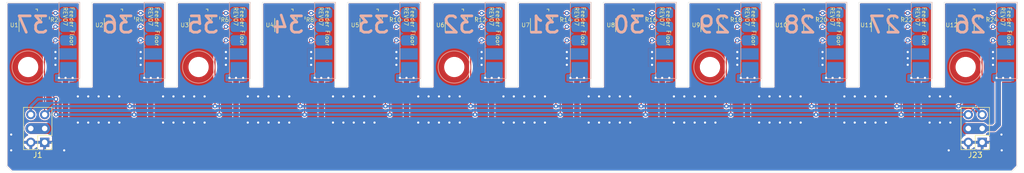
<source format=kicad_pcb>
(kicad_pcb (version 20221018) (generator pcbnew)
  (layers (0 "F.Cu" signal) (31 "B.Cu" signal) (34 "B.Paste" user) (35 "F.Paste" user) (36 "B.SilkS" user "B.Silkscreen") (37 "F.SilkS" user "F.Silkscreen") (38 "B.Mask" user) (39 "F.Mask" user) (44 "Edge.Cuts" user))
  (net 0 "")
  (net 1 "GND")
  (net 2 "1WIRE")
  (net 3 "VIN")
  (net 4 "RS-485+")
  (net 5 "RS-485-")
  (footprint "Connector_PinHeader_2.54mm:PinHeader_2x03_P2.54mm_Vertical" (layer "F.Cu") (at 28.225 50.825 180)
    (fp_text reference "J1")
    (fp_text value "IDC")
  )
  (footprint "MountingHole:MountingHole_3.2mm_M3" (layer "F.Cu") (at 25.2 37)
    (fp_text reference "H1" hide)
    (fp_text value "MountingHole")
  )
  (footprint "feeder:DS28E07_MULTI" (layer "F.Cu") (at 56.35 29.3 -90)
    (fp_text reference "U3")
    (fp_text value "DS28E07")
  )
  (footprint "Resistor_SMD:R_0805_2012Metric" (layer "F.Cu") (at 75.15 28 -90)
    (fp_text reference "R8")
    (fp_text value "1M")
  )
  (footprint "Resistor_SMD:R_0805_2012Metric" (layer "F.Cu") (at 184.35 28 -90)
    (fp_text reference "R22")
    (fp_text value "1M")
  )
  (footprint "MountingHole:MountingHole_3.2mm_M3" (layer "F.Cu") (at 150 37)
    (fp_text reference "H9" hide)
    (fp_text value "MountingHole")
  )
  (footprint "Resistor_SMD:R_0805_2012Metric" (layer "F.Cu") (at 90.75 28 -90)
    (fp_text reference "R10")
    (fp_text value "1M")
  )
  (footprint "MountingHole:MountingHole_3.2mm_M3" (layer "F.Cu") (at 103.2 37)
    (fp_text reference "H6" hide)
    (fp_text value "MountingHole")
  )
  (footprint "feeder:DS28E07_MULTI" (layer "F.Cu") (at 87.55 29.3 -90)
    (fp_text reference "U5")
    (fp_text value "DS28E07")
  )
  (footprint "feeder:DS28E07_MULTI" (layer "F.Cu") (at 118.75 29.3 -90)
    (fp_text reference "U7")
    (fp_text value "DS28E07")
  )
  (footprint "MountingHole:MountingHole_3.2mm_M3" (layer "F.Cu") (at 56.4 37)
    (fp_text reference "H3" hide)
    (fp_text value "MountingHole")
  )
  (footprint "feeder:DS28E07_MULTI" (layer "F.Cu") (at 165.55 29.3 -90)
    (fp_text reference "U10")
    (fp_text value "DS28E07")
  )
  (footprint "feeder:DS28E07_MULTI" (layer "F.Cu") (at 134.35 29.3 -90)
    (fp_text reference "U8")
    (fp_text value "DS28E07")
  )
  (footprint "feeder:DS28E07_MULTI" (layer "F.Cu") (at 71.95 29.3 -90)
    (fp_text reference "U4")
    (fp_text value "DS28E07")
  )
  (footprint "Resistor_SMD:R_0805_2012Metric" (layer "F.Cu") (at 106.35 28 -90)
    (fp_text reference "R12")
    (fp_text value "1M")
  )
  (footprint "Connector_PinHeader_2.54mm:PinHeader_2x03_P2.54mm_Vertical" (layer "F.Cu") (at 199.825 50.825 180)
    (fp_text reference "J23")
    (fp_text value "IDC")
  )
  (footprint "feeder:DS28E07_MULTI" (layer "F.Cu") (at 196.75 29.3 -90)
    (fp_text reference "U12")
    (fp_text value "DS28E07")
  )
  (footprint "feeder:DS28E07_MULTI" (layer "F.Cu") (at 149.95 29.3 -90)
    (fp_text reference "U9")
    (fp_text value "DS28E07")
  )
  (footprint "feeder:DS28E07_MULTI" (layer "F.Cu") (at 181.15 29.3 -90)
    (fp_text reference "U11")
    (fp_text value "DS28E07")
  )
  (footprint "Resistor_SMD:R_0805_2012Metric" (layer "F.Cu") (at 153.15 28 -90)
    (fp_text reference "R18")
    (fp_text value "1M")
  )
  (footprint "Resistor_SMD:R_0805_2012Metric" (layer "F.Cu") (at 43.95 28 -90)
    (fp_text reference "R4")
    (fp_text value "1M")
  )
  (footprint "MountingHole:MountingHole_3.2mm_M3" (layer "F.Cu") (at 196.8 37)
    (fp_text reference "H12" hide)
    (fp_text value "MountingHole")
  )
  (footprint "feeder:DS28E07_MULTI" (layer "F.Cu") (at 25.15 29.3 -90)
    (fp_text reference "U1")
    (fp_text value "DS28E07")
  )
  (footprint "feeder:DS28E07_MULTI" (layer "F.Cu") (at 103.15 29.3 -90)
    (fp_text reference "U6")
    (fp_text value "DS28E07")
  )
  (footprint "Resistor_SMD:R_0805_2012Metric" (layer "F.Cu") (at 121.95 28 -90)
    (fp_text reference "R14")
    (fp_text value "1M")
  )
  (footprint "Resistor_SMD:R_0805_2012Metric" (layer "F.Cu") (at 137.55 28 -90)
    (fp_text reference "R16")
    (fp_text value "1M")
  )
  (footprint "Resistor_SMD:R_0805_2012Metric" (layer "F.Cu") (at 59.55 28 -90)
    (fp_text reference "R6")
    (fp_text value "1M")
  )
  (footprint "Resistor_SMD:R_0805_2012Metric" (layer "F.Cu") (at 168.75 28 -90)
    (fp_text reference "R20")
    (fp_text value "1M")
  )
  (footprint "feeder:DS28E07_MULTI" (layer "F.Cu") (at 40.75 29.3 -90)
    (fp_text reference "U2")
    (fp_text value "DS28E07")
  )
  (footprint "Resistor_SMD:R_0805_2012Metric" (layer "F.Cu") (at 199.95 28 -90)
    (fp_text reference "R24")
    (fp_text value "1M")
  )
  (footprint "Resistor_SMD:R_0805_2012Metric" (layer "F.Cu") (at 28.35 28 -90)
    (fp_text reference "R2")
    (fp_text value "1M")
  )
  (footprint "feeder:AVX-915-005-541-Contact-Surface" (layer "B.Cu") (at 141.750114 27.113687 -90)
    (fp_text reference "J16" hide)
    (fp_text value "Conn_01x05_Female")
  )
  (footprint "feeder:AVX-915-005-541-Contact-Surface" (layer "B.Cu") (at 79.350114 27.113687 -90)
    (fp_text reference "J8" hide)
    (fp_text value "Conn_01x05_Female")
  )
  (footprint "feeder:AVX-915-005-541-Contact-Surface" (layer "B.Cu") (at 188.550114 27.113687 -90)
    (fp_text reference "J22" hide)
    (fp_text value "Conn_01x05_Female")
  )
  (footprint "feeder:AVX-915-005-541-Contact-Surface" (layer "B.Cu") (at 157.350114 27.113687 -90)
    (fp_text reference "J18" hide)
    (fp_text value "Conn_01x05_Female")
  )
  (footprint "feeder:AVX-915-005-541-Contact-Surface" (layer "B.Cu") (at 126.150114 27.113687 -90)
    (fp_text reference "J14" hide)
    (fp_text value "Conn_01x05_Female")
  )
  (footprint "feeder:AVX-915-005-541-Contact-Surface" (layer "B.Cu") (at 32.550114 27.113687 -90)
    (fp_text reference "J2" hide)
    (fp_text value "Conn_01x05_Female")
  )
  (footprint "feeder:AVX-915-005-541-Contact-Surface" (layer "B.Cu") (at 48.150114 27.113687 -90)
    (fp_text reference "J4" hide)
    (fp_text value "Conn_01x05_Female")
  )
  (footprint "feeder:AVX-915-005-541-Contact-Surface" (layer "B.Cu") (at 110.550114 27.113687 -90)
    (fp_text reference "J12" hide)
    (fp_text value "Conn_01x05_Female")
  )
  (footprint "feeder:AVX-915-005-541-Contact-Surface" (layer "B.Cu") (at 172.950114 27.113687 -90)
    (fp_text reference "J20" hide)
    (fp_text value "Conn_01x05_Female")
  )
  (footprint "feeder:AVX-915-005-541-Contact-Surface" (layer "B.Cu") (at 63.750114 27.113687 -90)
    (fp_text reference "J6" hide)
    (fp_text value "Conn_01x05_Female")
  )
  (footprint "feeder:AVX-915-005-541-Contact-Surface" (layer "B.Cu") (at 204.150114 27.113687 -90)
    (fp_text reference "J24" hide)
    (fp_text value "Conn_01x05_Female")
  )
  (footprint "feeder:AVX-915-005-541-Contact-Surface" (layer "B.Cu") (at 94.950114 27.113687 -90)
    (fp_text reference "J10" hide)
    (fp_text value "Conn_01x05_Female")
  )
  (gr_circle (center 103.2 37) (end 100.25 37) (stroke (width 0.12)) (fill none) (layer "B.SilkS"))
  (gr_circle (center 196.8 37) (end 193.85 37) (stroke (width 0.12)) (fill none) (layer "B.SilkS"))
  (gr_circle (center 56.4 37) (end 53.45 37) (stroke (width 0.12)) (fill none) (layer "B.SilkS"))
  (gr_circle (center 25.2 37) (end 22.25 37) (stroke (width 0.12)) (fill none) (layer "B.SilkS"))
  (gr_circle (center 150 37) (end 147.05 37) (stroke (width 0.12)) (fill none) (layer "B.SilkS"))
  (gr_line (start 205.25 56.2) (end 22.25 56.2) (stroke (width 0.05)) (layer "Edge.Cuts"))
  (gr_line (start 107.650114 25.113687) (end 112.650114 25.113687) (stroke (width 0.05)) (layer "Edge.Cuts"))
  (gr_line (start 190.650114 25.113687) (end 190.650114 40.6) (stroke (width 0.05)) (layer "Edge.Cuts"))
  (gr_line (start 99.25 40.6) (end 99.250114 25.113687) (stroke (width 0.05)) (layer "Edge.Cuts"))
  (gr_line (start 201.250114 25.113687) (end 206.250114 25.113687) (stroke (width 0.05)) (layer "Edge.Cuts"))
  (gr_line (start 114.85 40.6) (end 112.650114 40.6) (stroke (width 0.05)) (layer "Edge.Cuts"))
  (gr_line (start 146.05 40.6) (end 143.850114 40.6) (stroke (width 0.05)) (layer "Edge.Cuts"))
  (gr_line (start 161.65 40.6) (end 161.650114 25.113687) (stroke (width 0.05)) (layer "Edge.Cuts"))
  (gr_line (start 34.650114 25.113687) (end 34.650114 40.6) (stroke (width 0.05)) (layer "Edge.Cuts"))
  (gr_line (start 97.050114 25.113687) (end 97.050114 40.6) (stroke (width 0.05)) (layer "Edge.Cuts"))
  (gr_line (start 45.250114 25.113687) (end 36.850114 25.113687) (stroke (width 0.05)) (layer "Edge.Cuts"))
  (gr_line (start 138.850114 25.113687) (end 130.450114 25.113687) (stroke (width 0.05)) (layer "Edge.Cuts"))
  (gr_line (start 177.25 40.6) (end 177.250114 25.113687) (stroke (width 0.05)) (layer "Edge.Cuts"))
  (gr_line (start 68.05 40.6) (end 65.850114 40.6) (stroke (width 0.05)) (layer "Edge.Cuts"))
  (gr_line (start 192.85 40.6) (end 190.650114 40.6) (stroke (width 0.05)) (layer "Edge.Cuts"))
  (gr_line (start 192.85 40.6) (end 192.850114 25.113687) (stroke (width 0.05)) (layer "Edge.Cuts"))
  (gr_line (start 81.450114 25.113687) (end 81.450114 40.6) (stroke (width 0.05)) (layer "Edge.Cuts"))
  (gr_line (start 99.25 40.6) (end 97.050114 40.6) (stroke (width 0.05)) (layer "Edge.Cuts"))
  (gr_line (start 76.450114 25.113687) (end 81.450114 25.113687) (stroke (width 0.05)) (layer "Edge.Cuts"))
  (gr_line (start 170.050114 25.113687) (end 161.650114 25.113687) (stroke (width 0.05)) (layer "Edge.Cuts"))
  (gr_line (start 123.250114 25.113687) (end 128.250114 25.113687) (stroke (width 0.05)) (layer "Edge.Cuts"))
  (gr_line (start 154.450114 25.113687) (end 146.050114 25.113687) (stroke (width 0.05)) (layer "Edge.Cuts"))
  (gr_line (start 185.650114 25.113687) (end 190.650114 25.113687) (stroke (width 0.05)) (layer "Edge.Cuts"))
  (gr_line (start 60.850114 25.113687) (end 52.450114 25.113687) (stroke (width 0.05)) (layer "Edge.Cuts"))
  (gr_line (start 92.050114 25.113687) (end 83.650114 25.113687) (stroke (width 0.05)) (layer "Edge.Cuts"))
  (gr_line (start 50.250114 25.113687) (end 50.250114 40.6) (stroke (width 0.05)) (layer "Edge.Cuts"))
  (gr_line (start 130.45 40.6) (end 128.250114 40.6) (stroke (width 0.05)) (layer "Edge.Cuts"))
  (gr_line (start 206.250114 25.113687) (end 206.25 55.2) (stroke (width 0.05)) (layer "Edge.Cuts"))
  (gr_line (start 60.850114 25.113687) (end 65.850114 25.113687) (stroke (width 0.05)) (layer "Edge.Cuts"))
  (gr_line (start 161.65 40.6) (end 159.450114 40.6) (stroke (width 0.05)) (layer "Edge.Cuts"))
  (gr_line (start 45.250114 25.113687) (end 50.250114 25.113687) (stroke (width 0.05)) (layer "Edge.Cuts"))
  (gr_line (start 107.650114 25.113687) (end 99.250114 25.113687) (stroke (width 0.05)) (layer "Edge.Cuts"))
  (gr_line (start 114.85 40.6) (end 114.850114 25.113687) (stroke (width 0.05)) (layer "Edge.Cuts"))
  (gr_line (start 138.850114 25.113687) (end 143.850114 25.113687) (stroke (width 0.05)) (layer "Edge.Cuts"))
  (gr_line (start 123.250114 25.113687) (end 114.850114 25.113687) (stroke (width 0.05)) (layer "Edge.Cuts"))
  (gr_line (start 175.050114 25.113687) (end 175.050114 40.6) (stroke (width 0.05)) (layer "Edge.Cuts"))
  (gr_line (start 65.850114 25.113687) (end 65.850114 40.6) (stroke (width 0.05)) (layer "Edge.Cuts"))
  (gr_line (start 36.85 40.6) (end 36.850114 25.113687) (stroke (width 0.05)) (layer "Edge.Cuts"))
  (gr_line (start 128.250114 25.113687) (end 128.250114 40.6) (stroke (width 0.05)) (layer "Edge.Cuts"))
  (gr_line (start 205.25 56.2) (end 206.25 55.2) (stroke (width 0.05)) (layer "Edge.Cuts"))
  (gr_line (start 29.650114 25.113687) (end 21.250114 25.113687) (stroke (width 0.05)) (layer "Edge.Cuts"))
  (gr_line (start 76.450114 25.113687) (end 68.050114 25.113687) (stroke (width 0.05)) (layer "Edge.Cuts"))
  (gr_line (start 159.450114 25.113687) (end 159.450114 40.6) (stroke (width 0.05)) (layer "Edge.Cuts"))
  (gr_line (start 130.45 40.6) (end 130.450114 25.113687) (stroke (width 0.05)) (layer "Edge.Cuts"))
  (gr_line (start 177.25 40.6) (end 175.050114 40.6) (stroke (width 0.05)) (layer "Edge.Cuts"))
  (gr_line (start 201.250114 25.113687) (end 192.850114 25.113687) (stroke (width 0.05)) (layer "Edge.Cuts"))
  (gr_line (start 36.85 40.6) (end 34.650114 40.6) (stroke (width 0.05)) (layer "Edge.Cuts"))
  (gr_line (start 29.650114 25.113687) (end 34.650114 25.113687) (stroke (width 0.05)) (layer "Edge.Cuts"))
  (gr_line (start 83.65 40.6) (end 81.450114 40.6) (stroke (width 0.05)) (layer "Edge.Cuts"))
  (gr_line (start 146.05 40.6) (end 146.050114 25.113687) (stroke (width 0.05)) (layer "Edge.Cuts"))
  (gr_line (start 21.25 55.2) (end 21.250114 25.113687) (stroke (width 0.05)) (layer "Edge.Cuts"))
  (gr_line (start 21.25 55.2) (end 22.25 56.2) (stroke (width 0.05)) (layer "Edge.Cuts"))
  (gr_line (start 92.050114 25.113687) (end 97.050114 25.113687) (stroke (width 0.05)) (layer "Edge.Cuts"))
  (gr_line (start 52.45 40.6) (end 50.250114 40.6) (stroke (width 0.05)) (layer "Edge.Cuts"))
  (gr_line (start 143.850114 25.113687) (end 143.850114 40.6) (stroke (width 0.05)) (layer "Edge.Cuts"))
  (gr_line (start 170.050114 25.113687) (end 175.050114 25.113687) (stroke (width 0.05)) (layer "Edge.Cuts"))
  (gr_line (start 52.45 40.6) (end 52.450114 25.113687) (stroke (width 0.05)) (layer "Edge.Cuts"))
  (gr_line (start 185.650114 25.113687) (end 177.250114 25.113687) (stroke (width 0.05)) (layer "Edge.Cuts"))
  (gr_line (start 112.650114 25.113687) (end 112.650114 40.6) (stroke (width 0.05)) (layer "Edge.Cuts"))
  (gr_line (start 154.450114 25.113687) (end 159.450114 25.113687) (stroke (width 0.05)) (layer "Edge.Cuts"))
  (gr_line (start 83.65 40.6) (end 83.650114 25.113687) (stroke (width 0.05)) (layer "Edge.Cuts"))
  (gr_line (start 68.05 40.6) (end 68.050114 25.113687) (stroke (width 0.05)) (layer "Edge.Cuts"))
  (gr_text "26" (at 197.6 29.25) (layer "B.SilkS") (effects (font (size 3 3) (thickness 0.5)) (justify mirror)))
  (gr_text "33" (at 88.4 29.25) (layer "B.SilkS") (effects (font (size 3 3) (thickness 0.5)) (justify mirror)))
  (gr_text "30" (at 135.2 29.25) (layer "B.SilkS") (effects (font (size 3 3) (thickness 0.5)) (justify mirror)))
  (gr_text "35" (at 57.2 29.25) (layer "B.SilkS") (effects (font (size 3 3) (thickness 0.5)) (justify mirror)))
  (gr_text "36" (at 41.6 29.25) (layer "B.SilkS") (effects (font (size 3 3) (thickness 0.5)) (justify mirror)))
  (gr_text "34" (at 72.8 29.25) (layer "B.SilkS") (effects (font (size 3 3) (thickness 0.5)) (justify mirror)))
  (gr_text "28" (at 166.4 29.25) (layer "B.SilkS") (effects (font (size 3 3) (thickness 0.5)) (justify mirror)))
  (gr_text "31" (at 119.6 29.25) (layer "B.SilkS") (effects (font (size 3 3) (thickness 0.5)) (justify mirror)))
  (gr_text "32" (at 104 29.25) (layer "B.SilkS") (effects (font (size 3 3) (thickness 0.5)) (justify mirror)))
  (gr_text "29" (at 150.8 29.25) (layer "B.SilkS") (effects (font (size 3 3) (thickness 0.5)) (justify mirror)))
  (gr_text "27" (at 182 29.25) (layer "B.SilkS") (effects (font (size 3 3) (thickness 0.5)) (justify mirror)))
  (gr_text "37" (at 26 29.25) (layer "B.SilkS") (effects (font (size 3 3) (thickness 0.5)) (justify mirror)))
  (gr_text "Feeder Floor\nREV07" (at 204.2 25.9 -90) (layer "F.SilkS") (effects (font (size 0.75 0.75) (thickness 0.1)) (justify left)))
  (gr_text "Feeder Floor\nREV07" (at 188.6 25.9 -90) (layer "F.SilkS") (effects (font (size 0.75 0.75) (thickness 0.1)) (justify left)))
  (gr_text "Feeder Floor\nREV07" (at 63.8 25.9 -90) (layer "F.SilkS") (effects (font (size 0.75 0.75) (thickness 0.1)) (justify left)))
  (gr_text "Feeder Floor\nREV07" (at 79.4 25.9 -90) (layer "F.SilkS") (effects (font (size 0.75 0.75) (thickness 0.1)) (justify left)))
  (gr_text "Feeder Floor\nREV07" (at 95 25.9 -90) (layer "F.SilkS") (effects (font (size 0.75 0.75) (thickness 0.1)) (justify left)))
  (gr_text "Feeder Floor\nREV07" (at 32.6 25.9 -90) (layer "F.SilkS") (effects (font (size 0.75 0.75) (thickness 0.1)) (justify left)))
  (gr_text "Feeder Floor\nREV07" (at 110.6 25.9 -90) (layer "F.SilkS") (effects (font (size 0.75 0.75) (thickness 0.1)) (justify left)))
  (gr_text "Feeder Floor\nREV07" (at 173 25.9 -90) (layer "F.SilkS") (effects (font (size 0.75 0.75) (thickness 0.1)) (justify left)))
  (gr_text "Feeder Floor\nREV07" (at 141.8 25.9 -90) (layer "F.SilkS") (effects (font (size 0.75 0.75) (thickness 0.1)) (justify left)))
  (gr_text "Feeder Floor\nREV07" (at 126.2 25.9 -90) (layer "F.SilkS") (effects (font (size 0.75 0.75) (thickness 0.1)) (justify left)))
  (gr_text "Feeder Floor\nREV07" (at 48.2 25.9 -90) (layer "F.SilkS") (effects (font (size 0.75 0.75) (thickness 0.1)) (justify left)))
  (gr_text "Feeder Floor\nREV07" (at 157.4 25.9 -90) (layer "F.SilkS") (effects (font (size 0.75 0.75) (thickness 0.1)) (justify left)))
  (segment (start 168.75 28.9125) (end 168.5625 28.9125) (width 0.5) (layer "F.Cu") (net 1))
  (segment (start 90.5625 28.9125) (end 89.375481 27.725481) (width 0.5) (layer "F.Cu") (net 1))
  (segment (start 42.575481 27.725481) (end 41.75 27.725481) (width 0.5) (layer "F.Cu") (net 1))
  (segment (start 198.575481 27.725481) (end 197.75 27.725481) (width 0.5) (layer "F.Cu") (net 1))
  (segment (start 199.95 28.9125) (end 199.7625 28.9125) (width 0.5) (layer "F.Cu") (net 1))
  (segment (start 137.55 28.9125) (end 137.3625 28.9125) (width 0.5) (layer "F.Cu") (net 1))
  (segment (start 26.975481 27.725481) (end 26.15 27.725481) (width 0.5) (layer "F.Cu") (net 1))
  (segment (start 121.7625 28.9125) (end 120.575481 27.725481) (width 0.5) (layer "F.Cu") (net 1))
  (segment (start 184.1625 28.9125) (end 182.975481 27.725481) (width 0.5) (layer "F.Cu") (net 1))
  (segment (start 136.175481 27.725481) (end 135.35 27.725481) (width 0.5) (layer "F.Cu") (net 1))
  (segment (start 106.35 28.9125) (end 106.1625 28.9125) (width 0.5) (layer "F.Cu") (net 1))
  (segment (start 184.35 28.9125) (end 184.1625 28.9125) (width 0.5) (layer "F.Cu") (net 1))
  (segment (start 153.15 28.9125) (end 152.9625 28.9125) (width 0.5) (layer "F.Cu") (net 1))
  (segment (start 74.9625 28.9125) (end 73.775481 27.725481) (width 0.5) (layer "F.Cu") (net 1))
  (segment (start 121.95 28.9125) (end 121.7625 28.9125) (width 0.5) (layer "F.Cu") (net 1))
  (segment (start 151.775481 27.725481) (end 150.95 27.725481) (width 0.5) (layer "F.Cu") (net 1))
  (segment (start 168.5625 28.9125) (end 167.375481 27.725481) (width 0.5) (layer "F.Cu") (net 1))
  (segment (start 199.7625 28.9125) (end 198.575481 27.725481) (width 0.5) (layer "F.Cu") (net 1))
  (segment (start 106.1625 28.9125) (end 104.975481 27.725481) (width 0.5) (layer "F.Cu") (net 1))
  (segment (start 182.975481 27.725481) (end 182.15 27.725481) (width 0.5) (layer "F.Cu") (net 1))
  (segment (start 89.375481 27.725481) (end 88.55 27.725481) (width 0.5) (layer "F.Cu") (net 1))
  (segment (start 152.9625 28.9125) (end 151.775481 27.725481) (width 0.5) (layer "F.Cu") (net 1))
  (segment (start 28.35 28.9125) (end 28.1625 28.9125) (width 0.5) (layer "F.Cu") (net 1))
  (segment (start 90.75 28.9125) (end 90.5625 28.9125) (width 0.5) (layer "F.Cu") (net 1))
  (segment (start 137.3625 28.9125) (end 136.175481 27.725481) (width 0.5) (layer "F.Cu") (net 1))
  (segment (start 43.7625 28.9125) (end 42.575481 27.725481) (width 0.5) (layer "F.Cu") (net 1))
  (segment (start 167.375481 27.725481) (end 166.55 27.725481) (width 0.5) (layer "F.Cu") (net 1))
  (segment (start 104.975481 27.725481) (end 104.15 27.725481) (width 0.5) (layer "F.Cu") (net 1))
  (segment (start 73.775481 27.725481) (end 72.95 27.725481) (width 0.5) (layer "F.Cu") (net 1))
  (segment (start 28.1625 28.9125) (end 26.975481 27.725481) (width 0.5) (layer "F.Cu") (net 1))
  (segment (start 58.175481 27.725481) (end 57.35 27.725481) (width 0.5) (layer "F.Cu") (net 1))
  (segment (start 59.55 28.9125) (end 59.3625 28.9125) (width 0.5) (layer "F.Cu") (net 1))
  (segment (start 75.15 28.9125) (end 74.9625 28.9125) (width 0.5) (layer "F.Cu") (net 1))
  (segment (start 120.575481 27.725481) (end 119.75 27.725481) (width 0.5) (layer "F.Cu") (net 1))
  (segment (start 43.95 28.9125) (end 43.7625 28.9125) (width 0.5) (layer "F.Cu") (net 1))
  (segment (start 59.3625 28.9125) (end 58.175481 27.725481) (width 0.5) (layer "F.Cu") (net 1))
  (via (at 96.6 47.2) (size 0.8) (drill 0.4) (layers "F.Cu" "B.Cu") (net 1))
  (via (at 176.5 47.2) (size 0.8) (drill 0.4) (layers "F.Cu" "B.Cu") (net 1))
  (via (at 40 47.2) (size 0.8) (drill 0.4) (layers "F.Cu" "B.Cu") (net 1))
  (via (at 178.4 47.2) (size 0.8) (drill 0.4) (layers "F.Cu" "B.Cu") (net 1))
  (via (at 180.3 47.2) (size 0.8) (drill 0.4) (layers "F.Cu" "B.Cu") (net 1))
  (via (at 77 34.25) (size 0.8) (drill 0.4) (layers "F.Cu" "B.Cu") (net 1))
  (via (at 108.2 34.25) (size 0.8) (drill 0.4) (layers "F.Cu" "B.Cu") (net 1))
  (via (at 82.9 47.2) (size 0.8) (drill 0.4) (layers "F.Cu" "B.Cu") (net 1))
  (via (at 170.6 35.4) (size 0.8) (drill 0.4) (layers "F.Cu" "B.Cu") (net 1))
  (via (at 34.3 42.4) (size 0.8) (drill 0.4) (layers "F.Cu" "B.Cu") (net 1))
  (via (at 96.6 42.4) (size 0.8) (drill 0.4) (layers "F.Cu" "B.Cu") (net 1))
  (via (at 36.2 42.4) (size 0.8) (drill 0.4) (layers "F.Cu" "B.Cu") (net 1))
  (via (at 166.6 42.4) (size 0.8) (drill 0.4) (layers "F.Cu" "B.Cu") (net 1))
  (via (at 40 42.4) (size 0.8) (drill 0.4) (layers "F.Cu" "B.Cu") (net 1))
  (via (at 133.5 47.2) (size 0.8) (drill 0.4) (layers "F.Cu" "B.Cu") (net 1))
  (via (at 55.6 42.4) (size 0.8) (drill 0.4) (layers "F.Cu" "B.Cu") (net 1))
  (via (at 186.2 34.25) (size 0.8) (drill 0.4) (layers "F.Cu" "B.Cu") (net 1))
  (via (at 151 42.4) (size 0.8) (drill 0.4) (layers "F.Cu" "B.Cu") (net 1))
  (via (at 104.2 47.2) (size 0.8) (drill 0.4) (layers "F.Cu" "B.Cu") (net 1))
  (via (at 192.1 42.4) (size 0.8) (drill 0.4) (layers "F.Cu" "B.Cu") (net 1))
  (via (at 123.8 35.4) (size 0.8) (drill 0.4) (layers "F.Cu" "B.Cu") (net 1))
  (via (at 98.5 47.2) (size 0.8) (drill 0.4) (layers "F.Cu" "B.Cu") (net 1))
  (via (at 92.6 34.25) (size 0.8) (drill 0.4) (layers "F.Cu" "B.Cu") (net 1))
  (via (at 162.8 42.4) (size 0.8) (drill 0.4) (layers "F.Cu" "B.Cu") (net 1))
  (via (at 186.2 35.4) (size 0.8) (drill 0.4) (layers "F.Cu" "B.Cu") (net 1))
  (via (at 139.4 34.25) (size 0.8) (drill 0.4) (layers "F.Cu" "B.Cu") (net 1))
  (via (at 174.6 47.2) (size 0.8) (drill 0.4) (layers "F.Cu" "B.Cu") (net 1))
  (via (at 182.2 42.4) (size 0.8) (drill 0.4) (layers "F.Cu" "B.Cu") (net 1))
  (via (at 41.9 42.4) (size 0.8) (drill 0.4) (layers "F.Cu" "B.Cu") (net 1))
  (via (at 41.9 47.2) (size 0.8) (drill 0.4) (layers "F.Cu" "B.Cu") (net 1))
  (via (at 71.1 42.4) (size 0.8) (drill 0.4) (layers "F.Cu" "B.Cu") (net 1))
  (via (at 166.6 47.2) (size 0.8) (drill 0.4) (layers "F.Cu" "B.Cu") (net 1))
  (via (at 49.9 42.4) (size 0.8) (drill 0.4) (layers "F.Cu" "B.Cu") (net 1))
  (via (at 49.9 47.2) (size 0.8) (drill 0.4) (layers "F.Cu" "B.Cu") (net 1))
  (via (at 145.3 47.2) (size 0.8) (drill 0.4) (layers "F.Cu" "B.Cu") (net 1))
  (via (at 38.1 47.2) (size 0.8) (drill 0.4) (layers "F.Cu" "B.Cu") (net 1))
  (via (at 135.4 42.4) (size 0.8) (drill 0.4) (layers "F.Cu" "B.Cu") (net 1))
  (via (at 30.2 36.6) (size 0.8) (drill 0.4) (layers "F.Cu" "B.Cu") (net 1))
  (via (at 145.3 42.4) (size 0.8) (drill 0.4) (layers "F.Cu" "B.Cu") (net 1))
  (via (at 159 47.2) (size 0.8) (drill 0.4) (layers "F.Cu" "B.Cu") (net 1))
  (via (at 81 47.2) (size 0.8) (drill 0.4) (layers "F.Cu" "B.Cu") (net 1))
  (via (at 116 42.4) (size 0.8) (drill 0.4) (layers "F.Cu" "B.Cu") (net 1))
  (via (at 155 36.6) (size 0.8) (drill 0.4) (layers "F.Cu" "B.Cu") (net 1))
  (via (at 139.4 35.4) (size 0.8) (drill 0.4) (layers "F.Cu" "B.Cu") (net 1))
  (via (at 151 47.2) (size 0.8) (drill 0.4) (layers "F.Cu" "B.Cu") (net 1))
  (via (at 30.2 34.25) (size 0.8) (drill 0.4) (layers "F.Cu" "B.Cu") (net 1))
  (via (at 34.3 47.2) (size 0.8) (drill 0.4) (layers "F.Cu" "B.Cu") (net 1))
  (via (at 203.4 52.3) (size 0.8) (drill 0.4) (layers "F.Cu" "B.Cu") (net 1))
  (via (at 88.6 42.4) (size 0.8) (drill 0.4) (layers "F.Cu" "B.Cu") (net 1))
  (via (at 192.1 47.2) (size 0.8) (drill 0.4) (layers "F.Cu" "B.Cu") (net 1))
  (via (at 160.9 42.4) (size 0.8) (drill 0.4) (layers "F.Cu" "B.Cu") (net 1))
  (via (at 194 47.2) (size 0.8) (drill 0.4) (layers "F.Cu" "B.Cu") (net 1))
  (via (at 30.2 35.4) (size 0.8) (drill 0.4) (layers "F.Cu" "B.Cu") (net 1))
  (via (at 203.35 49.4) (size 0.8) (drill 0.4) (layers "F.Cu" "B.Cu") (net 1))
  (via (at 176.5 42.4) (size 0.8) (drill 0.4) (layers "F.Cu" "B.Cu") (net 1))
  (via (at 139.4 36.6) (size 0.8) (drill 0.4) (layers "F.Cu" "B.Cu") (net 1))
  (via (at 127.8 47.2) (size 0.8) (drill 0.4) (layers "F.Cu" "B.Cu") (net 1))
  (via (at 182.2 47.2) (size 0.8) (drill 0.4) (layers "F.Cu" "B.Cu") (net 1))
  (via (at 55.6 47.2) (size 0.8) (drill 0.4) (layers "F.Cu" "B.Cu") (net 1))
  (via (at 104.2 42.4) (size 0.8) (drill 0.4) (layers "F.Cu" "B.Cu") (net 1))
  (via (at 57.5 42.4) (size 0.8) (drill 0.4) (layers "F.Cu" "B.Cu") (net 1))
  (via (at 129.7 47.2) (size 0.8) (drill 0.4) (layers "F.Cu" "B.Cu") (net 1))
  (via (at 119.8 42.4) (size 0.8) (drill 0.4) (layers "F.Cu" "B.Cu") (net 1))
  (via (at 51.8 47.2) (size 0.8) (drill 0.4) (layers "F.Cu" "B.Cu") (net 1))
  (via (at 61.4 36.6) (size 0.8) (drill 0.4) (layers "F.Cu" "B.Cu") (net 1))
  (via (at 123.8 36.6) (size 0.8) (drill 0.4) (layers "F.Cu" "B.Cu") (net 1))
  (via (at 38.1 42.4) (size 0.8) (drill 0.4) (layers "F.Cu" "B.Cu") (net 1))
  (via (at 67.3 47.2) (size 0.8) (drill 0.4) (layers "F.Cu" "B.Cu") (net 1))
  (via (at 51.8 42.4) (size 0.8) (drill 0.4) (layers "F.Cu" "B.Cu") (net 1))
  (via (at 108.2 35.4) (size 0.8) (drill 0.4) (layers "F.Cu" "B.Cu") (net 1))
  (via (at 160.9 47.2) (size 0.8) (drill 0.4) (layers "F.Cu" "B.Cu") (net 1))
  (via (at 65.4 47.2) (size 0.8) (drill 0.4) (layers "F.Cu" "B.Cu") (net 1))
  (via (at 86.7 42.4) (size 0.8) (drill 0.4) (layers "F.Cu" "B.Cu") (net 1))
  (via (at 119.8 47.2) (size 0.8) (drill 0.4) (layers "F.Cu" "B.Cu") (net 1))
  (via (at 155 35.4) (size 0.8) (drill 0.4) (layers "F.Cu" "B.Cu") (net 1))
  (via (at 174.6 42.4) (size 0.8) (drill 0.4) (layers "F.Cu" "B.Cu") (net 1))
  (via (at 159 42.4) (size 0.8) (drill 0.4) (layers "F.Cu" "B.Cu") (net 1))
  (via (at 100.4 42.4) (size 0.8) (drill 0.4) (layers "F.Cu" "B.Cu") (net 1))
  (via (at 131.6 47.2) (size 0.8) (drill 0.4) (layers "F.Cu" "B.Cu") (net 1))
  (via (at 201.8 34.25) (size 0.8) (drill 0.4) (layers "F.Cu" "B.Cu") (net 1))
  (via (at 92.6 35.4) (size 0.8) (drill 0.4) (layers "F.Cu" "B.Cu") (net 1))
  (via (at 201.8 35.4) (size 0.8) (drill 0.4) (layers "F.Cu" "B.Cu") (net 1))
  (via (at 71.1 47.2) (size 0.8) (drill 0.4) (layers "F.Cu" "B.Cu") (net 1))
  (via (at 186.2 36.6) (size 0.8) (drill 0.4) (layers "F.Cu" "B.Cu") (net 1))
  (via (at 147.2 42.4) (size 0.8) (drill 0.4) (layers "F.Cu" "B.Cu") (net 1))
  (via (at 108.2 36.6) (size 0.8) (drill 0.4) (layers "F.Cu" "B.Cu") (net 1))
  (via (at 100.4 47.2) (size 0.8) (drill 0.4) (layers "F.Cu" "B.Cu") (net 1))
  (via (at 149.1 47.2) (size 0.8) (drill 0.4) (layers "F.Cu" "B.Cu") (net 1))
  (via (at 98.5 42.4) (size 0.8) (drill 0.4) (layers "F.Cu" "B.Cu") (net 1))
  (via (at 53.7 47.2) (size 0.8) (drill 0.4) (layers "F.Cu" "B.Cu") (net 1))
  (via (at 131.6 42.4) (size 0.8) (drill 0.4) (layers "F.Cu" "B.Cu") (net 1))
  (via (at 116 47.2) (size 0.8) (drill 0.4) (layers "F.Cu" "B.Cu") (net 1))
  (via (at 190.2 42.4) (size 0.8) (drill 0.4) (layers "F.Cu" "B.Cu") (net 1))
  (via (at 133.5 42.4) (size 0.8) (drill 0.4) (layers "F.Cu" "B.Cu") (net 1))
  (via (at 84.8 42.4) (size 0.8) (drill 0.4) (layers "F.Cu" "B.Cu") (net 1))
  (via (at 92.6 36.6) (size 0.8) (drill 0.4) (layers "F.Cu" "B.Cu") (net 1))
  (via (at 82.9 42.4) (size 0.8) (drill 0.4) (layers "F.Cu" "B.Cu") (net 1))
  (via (at 88.6 47.2) (size 0.8) (drill 0.4) (layers "F.Cu" "B.Cu") (net 1))
  (via (at 69.2 47.2) (size 0.8) (drill 0.4) (layers "F.Cu" "B.Cu") (net 1))
  (via (at 81 42.4) (size 0.8) (drill 0.4) (layers "F.Cu" "B.Cu") (net 1))
  (via (at 194 42.4) (size 0.8) (drill 0.4) (layers "F.Cu" "B.Cu") (net 1))
  (via (at 112.2 42.4) (size 0.8) (drill 0.4) (layers "F.Cu" "B.Cu") (net 1))
  (via (at 155 34.25) (size 0.8) (drill 0.4) (layers "F.Cu" "B.Cu") (net 1))
  (via (at 147.2 47.2) (size 0.8) (drill 0.4) (layers "F.Cu" "B.Cu") (net 1))
  (via (at 143.4 47.2) (size 0.8) (drill 0.4) (layers "F.Cu" "B.Cu") (net 1))
  (via (at 86.7 47.2) (size 0.8) (drill 0.4) (layers "F.Cu" "B.Cu") (net 1))
  (via (at 190.2 47.2) (size 0.8) (drill 0.4) (layers "F.Cu" "B.Cu") (net 1))
  (via (at 164.7 47.2) (size 0.8) (drill 0.4) (layers "F.Cu" "B.Cu") (net 1))
  (via (at 102.3 42.4) (size 0.8) (drill 0.4) (layers "F.Cu" "B.Cu") (net 1))
  (via (at 170.6 36.6) (size 0.8) (drill 0.4) (layers "F.Cu" "B.Cu") (net 1))
  (via (at 178.4 42.4) (size 0.8) (drill 0.4) (layers "F.Cu" "B.Cu") (net 1))
  (via (at 57.5 47.2) (size 0.8) (drill 0.4) (layers "F.Cu" "B.Cu") (net 1))
  (via (at 31.8 52.3) (size 0.8) (drill 0.4) (layers "F.Cu" "B.Cu") (net 1))
  (via (at 112.2 47.2) (size 0.8) (drill 0.4) (layers "F.Cu" "B.Cu") (net 1))
  (via (at 77 36.6) (size 0.8) (drill 0.4) (layers "F.Cu" "B.Cu") (net 1))
  (via (at 61.4 35.4) (size 0.8) (drill 0.4) (layers "F.Cu" "B.Cu") (net 1))
  (via (at 127.8 42.4) (size 0.8) (drill 0.4) (layers "F.Cu" "B.Cu") (net 1))
  (via (at 36.2 47.2) (size 0.8) (drill 0.4) (layers "F.Cu" "B.Cu") (net 1))
  (via (at 73 42.4) (size 0.8) (drill 0.4) (layers "F.Cu" "B.Cu") (net 1))
  (via (at 22.1 49.4) (size 0.8) (drill 0.4) (layers "F.Cu" "B.Cu") (net 1))
  (via (at 45.8 34.25) (size 0.8) (drill 0.4) (layers "F.Cu" "B.Cu") (net 1))
  (via (at 162.8 47.2) (size 0.8) (drill 0.4) (layers "F.Cu" "B.Cu") (net 1))
  (via (at 53.7 42.4) (size 0.8) (drill 0.4) (layers "F.Cu" "B.Cu") (net 1))
  (via (at 114.1 42.4) (size 0.8) (drill 0.4) (layers "F.Cu" "B.Cu") (net 1))
  (via (at 143.4 42.4) (size 0.8) (drill 0.4) (layers "F.Cu" "B.Cu") (net 1))
  (via (at 102.3 47.2) (size 0.8) (drill 0.4) (layers "F.Cu" "B.Cu") (net 1))
  (via (at 114.1 47.2) (size 0.8) (drill 0.4) (layers "F.Cu" "B.Cu") (net 1))
  (via (at 84.8 47.2) (size 0.8) (drill 0.4) (layers "F.Cu" "B.Cu") (net 1))
  (via (at 117.9 47.2) (size 0.8) (drill 0.4) (layers "F.Cu" "B.Cu") (net 1))
  (via (at 170.6 34.25) (size 0.8) (drill 0.4) (layers "F.Cu" "B.Cu") (net 1))
  (via (at 45.8 36.6) (size 0.8) (drill 0.4) (layers "F.Cu" "B.Cu") (net 1))
  (via (at 65.4 42.4) (size 0.8) (drill 0.4) (layers "F.Cu" "B.Cu") (net 1))
  (via (at 164.7 42.4) (size 0.8) (drill 0.4) (layers "F.Cu" "B.Cu") (net 1))
  (via (at 22.1 52.3) (size 0.8) (drill 0.4) (layers "F.Cu" "B.Cu") (net 1))
  (via (at 73 47.2) (size 0.8) (drill 0.4) (layers "F.Cu" "B.Cu") (net 1))
  (via (at 193.7 52.3) (size 0.8) (drill 0.4) (layers "F.Cu" "B.Cu") (net 1))
  (via (at 180.3 42.4) (size 0.8) (drill 0.4) (layers "F.Cu" "B.Cu") (net 1))
  (via (at 135.4 47.2) (size 0.8) (drill 0.4) (layers "F.Cu" "B.Cu") (net 1))
  (via (at 77 35.4) (size 0.8) (drill 0.4) (layers "F.Cu" "B.Cu") (net 1))
  (via (at 201.8 36.6) (size 0.8) (drill 0.4) (layers "F.Cu" "B.Cu") (net 1))
  (via (at 149.1 42.4) (size 0.8) (drill 0.4) (layers "F.Cu" "B.Cu") (net 1))
  (via (at 61.4 34.25) (size 0.8) (drill 0.4) (layers "F.Cu" "B.Cu") (net 1))
  (via (at 67.3 42.4) (size 0.8) (drill 0.4) (layers "F.Cu" "B.Cu") (net 1))
  (via (at 69.2 42.4) (size 0.8) (drill 0.4) (layers "F.Cu" "B.Cu") (net 1))
  (via (at 129.7 42.4) (size 0.8) (drill 0.4) (layers "F.Cu" "B.Cu") (net 1))
  (via (at 45.8 35.4) (size 0.8) (drill 0.4) (layers "F.Cu" "B.Cu") (net 1))
  (via (at 123.8 34.25) (size 0.8) (drill 0.4) (layers "F.Cu" "B.Cu") (net 1))
  (via (at 117.9 42.4) (size 0.8) (drill 0.4) (layers "F.Cu" "B.Cu") (net 1))
  (segment (start 149.95 27.85) (end 149.95 26.85) (width 0.25) (layer "F.Cu") (net 2))
  (segment (start 75.1625 27.1) (end 75.15 27.0875) (width 0.25) (layer "F.Cu") (net 2))
  (segment (start 121.9625 27.1) (end 121.95 27.0875) (width 0.25) (layer "F.Cu") (net 2))
  (segment (start 120.9625 26.1) (end 121.95 27.0875) (width 0.25) (layer "F.Cu") (net 2))
  (segment (start 149.95 26.85) (end 150.7 26.1) (width 0.25) (layer "F.Cu") (net 2))
  (segment (start 74.1625 26.1) (end 75.15 27.0875) (width 0.25) (layer "F.Cu") (net 2))
  (segment (start 119.5 26.1) (end 120.9625 26.1) (width 0.25) (layer "F.Cu") (net 2))
  (segment (start 40.75 26.85) (end 41.5 26.1) (width 0.25) (layer "F.Cu") (net 2))
  (segment (start 88.3 26.1) (end 89.7625 26.1) (width 0.25) (layer "F.Cu") (net 2))
  (segment (start 155 27.1) (end 153.1625 27.1) (width 0.25) (layer "F.Cu") (net 2))
  (segment (start 87.55 26.85) (end 88.3 26.1) (width 0.25) (layer "F.Cu") (net 2))
  (segment (start 170.6 27.1) (end 168.7625 27.1) (width 0.25) (layer "F.Cu") (net 2))
  (segment (start 139.4 27.1) (end 137.5625 27.1) (width 0.25) (layer "F.Cu") (net 2))
  (segment (start 61.4 27.1) (end 59.5625 27.1) (width 0.25) (layer "F.Cu") (net 2))
  (segment (start 90.7625 27.1) (end 90.75 27.0875) (width 0.25) (layer "F.Cu") (net 2))
  (segment (start 134.35 27.85) (end 134.35 26.85) (width 0.25) (layer "F.Cu") (net 2))
  (segment (start 123.8 27.1) (end 121.9625 27.1) (width 0.25) (layer "F.Cu") (net 2))
  (segment (start 58.5625 26.1) (end 59.55 27.0875) (width 0.25) (layer "F.Cu") (net 2))
  (segment (start 56.35 27.85) (end 56.35 26.85) (width 0.25) (layer "F.Cu") (net 2))
  (segment (start 137.5625 27.1) (end 137.55 27.0875) (width 0.25) (layer "F.Cu") (net 2))
  (segment (start 134.35 26.85) (end 135.1 26.1) (width 0.25) (layer "F.Cu") (net 2))
  (segment (start 199.9625 27.1) (end 199.95 27.0875) (width 0.25) (layer "F.Cu") (net 2))
  (segment (start 45.8 27.1) (end 43.9625 27.1) (width 0.25) (layer "F.Cu") (net 2))
  (segment (start 201.8 27.1) (end 199.9625 27.1) (width 0.25) (layer "F.Cu") (net 2))
  (segment (start 41.5 26.1) (end 42.9625 26.1) (width 0.25) (layer "F.Cu") (net 2))
  (segment (start 25.15 27.85) (end 25.15 26.85) (width 0.25) (layer "F.Cu") (net 2))
  (segment (start 181.15 26.85) (end 181.9 26.1) (width 0.25) (layer "F.Cu") (net 2))
  (segment (start 92.6 27.1) (end 90.7625 27.1) (width 0.25) (layer "F.Cu") (net 2))
  (segment (start 118.75 26.85) (end 119.5 26.1) (width 0.25) (layer "F.Cu") (net 2))
  (segment (start 136.5625 26.1) (end 137.55 27.0875) (width 0.25) (layer "F.Cu") (net 2))
  (segment (start 118.75 27.85) (end 118.75 26.85) (width 0.25) (layer "F.Cu") (net 2))
  (segment (start 103.15 27.85) (end 103.15 26.85) (width 0.25) (layer "F.Cu") (net 2))
  (segment (start 57.1 26.1) (end 58.5625 26.1) (width 0.25) (layer "F.Cu") (net 2))
  (segment (start 40.75 27.85) (end 40.75 26.85) (width 0.25) (layer "F.Cu") (net 2))
  (segment (start 181.9 26.1) (end 183.3625 26.1) (width 0.25) (layer "F.Cu") (net 2))
  (segment (start 30.2 27.1) (end 28.3625 27.1) (width 0.25) (layer "F.Cu") (net 2))
  (segment (start 196.75 27.85) (end 196.75 26.85) (width 0.25) (layer "F.Cu") (net 2))
  (segment (start 186.2 27.1) (end 184.3625 27.1) (width 0.25) (layer "F.Cu") (net 2))
  (segment (start 27.3625 26.1) (end 28.35 27.0875) (width 0.25) (layer "F.Cu") (net 2))
  (segment (start 71.95 27.85) (end 71.95 26.85) (width 0.25) (layer "F.Cu") (net 2))
  (segment (start 43.9625 27.1) (end 43.95 27.0875) (width 0.25) (layer "F.Cu") (net 2))
  (segment (start 71.95 26.85) (end 72.7 26.1) (width 0.25) (layer "F.Cu") (net 2))
  (segment (start 59.5625 27.1) (end 59.55 27.0875) (width 0.25) (layer "F.Cu") (net 2))
  (segment (start 77 27.1) (end 75.1625 27.1) (width 0.25) (layer "F.Cu") (net 2))
  (segment (start 103.9 26.1) (end 105.3625 26.1) (width 0.25) (layer "F.Cu") (net 2))
  (segment (start 184.3625 27.1) (end 184.35 27.0875) (width 0.25) (layer "F.Cu") (net 2))
  (segment (start 198.9625 26.1) (end 199.95 27.0875) (width 0.25) (layer "F.Cu") (net 2))
  (segment (start 89.7625 26.1) (end 90.75 27.0875) (width 0.25) (layer "F.Cu") (net 2))
  (segment (start 197.5 26.1) (end 198.9625 26.1) (width 0.25) (layer "F.Cu") (net 2))
  (segment (start 152.1625 26.1) (end 153.15 27.0875) (width 0.25) (layer "F.Cu") (net 2))
  (segment (start 165.55 27.85) (end 165.55 26.85) (width 0.25) (layer "F.Cu") (net 2))
  (segment (start 150.7 26.1) (end 152.1625 26.1) (width 0.25) (layer "F.Cu") (net 2))
  (segment (start 181.15 27.85) (end 181.15 26.85) (width 0.25) (layer "F.Cu") (net 2))
  (segment (start 108.2 27.1) (end 106.3625 27.1) (width 0.25) (layer "F.Cu") (net 2))
  (segment (start 106.3625 27.1) (end 106.35 27.0875) (width 0.25) (layer "F.Cu") (net 2))
  (segment (start 183.3625 26.1) (end 184.35 27.0875) (width 0.25) (layer "F.Cu") (net 2))
  (segment (start 25.9 26.1) (end 27.3625 26.1) (width 0.25) (layer "F.Cu") (net 2))
  (segment (start 168.7625 27.1) (end 168.75 27.0875) (width 0.25) (layer "F.Cu") (net 2))
  (segment (start 167.7625 26.1) (end 168.75 27.0875) (width 0.25) (layer "F.Cu") (net 2))
  (segment (start 87.55 27.85) (end 87.55 26.85) (width 0.25) (layer "F.Cu") (net 2))
  (segment (start 105.3625 26.1) (end 106.35 27.0875) (width 0.25) (layer "F.Cu") (net 2))
  (segment (start 165.55 26.85) (end 166.3 26.1) (width 0.25) (layer "F.Cu") (net 2))
  (segment (start 56.35 26.85) (end 57.1 26.1) (width 0.25) (layer "F.Cu") (net 2))
  (segment (start 153.1625 27.1) (end 153.15 27.0875) (width 0.25) (layer "F.Cu") (net 2))
  (segment (start 166.3 26.1) (end 167.7625 26.1) (width 0.25) (layer "F.Cu") (net 2))
  (segment (start 28.3625 27.1) (end 28.35 27.0875) (width 0.25) (layer "F.Cu") (net 2))
  (segment (start 25.15 26.85) (end 25.9 26.1) (width 0.25) (layer "F.Cu") (net 2))
  (segment (start 42.9625 26.1) (end 43.95 27.0875) (width 0.25) (layer "F.Cu") (net 2))
  (segment (start 103.15 26.85) (end 103.9 26.1) (width 0.25) (layer "F.Cu") (net 2))
  (segment (start 72.7 26.1) (end 74.1625 26.1) (width 0.25) (layer "F.Cu") (net 2))
  (segment (start 196.75 26.85) (end 197.5 26.1) (width 0.25) (layer "F.Cu") (net 2))
  (segment (start 135.1 26.1) (end 136.5625 26.1) (width 0.25) (layer "F.Cu") (net 2))
  (via (at 170.6 27.1) (size 0.8) (drill 0.4) (layers "F.Cu" "B.Cu") (net 2))
  (via (at 45.8 27.1) (size 0.8) (drill 0.4) (layers "F.Cu" "B.Cu") (net 2))
  (via (at 61.4 27.1) (size 0.8) (drill 0.4) (layers "F.Cu" "B.Cu") (net 2))
  (via (at 77 27.1) (size 0.8) (drill 0.4) (layers "F.Cu" "B.Cu") (net 2))
  (via (at 201.8 27.1) (size 0.8) (drill 0.4) (layers "F.Cu" "B.Cu") (net 2))
  (via (at 155 27.1) (size 0.8) (drill 0.4) (layers "F.Cu" "B.Cu") (net 2))
  (via (at 30.2 27.1) (size 0.8) (drill 0.4) (layers "F.Cu" "B.Cu") (net 2))
  (via (at 108.2 27.1) (size 0.8) (drill 0.4) (layers "F.Cu" "B.Cu") (net 2))
  (via (at 186.2 27.1) (size 0.8) (drill 0.4) (layers "F.Cu" "B.Cu") (net 2))
  (via (at 139.4 27.1) (size 0.8) (drill 0.4) (layers "F.Cu" "B.Cu") (net 2))
  (via (at 92.6 27.1) (size 0.8) (drill 0.4) (layers "F.Cu" "B.Cu") (net 2))
  (via (at 123.8 27.1) (size 0.8) (drill 0.4) (layers "F.Cu" "B.Cu") (net 2))
  (segment (start 77 27.1) (end 77.013687 27.113687) (width 0.25) (layer "B.Cu") (net 2))
  (segment (start 61.4 27.1) (end 61.413687 27.113687) (width 0.25) (layer "B.Cu") (net 2))
  (segment (start 170.613687 27.113687) (end 172.950114 27.113687) (width 0.25) (layer "B.Cu") (net 2))
  (segment (start 139.4 27.1) (end 139.413687 27.113687) (width 0.25) (layer "B.Cu") (net 2))
  (segment (start 155.013687 27.113687) (end 157.350114 27.113687) (width 0.25) (layer "B.Cu") (net 2))
  (segment (start 77.013687 27.113687) (end 79.350114 27.113687) (width 0.25) (layer "B.Cu") (net 2))
  (segment (start 108.2 27.1) (end 108.213687 27.113687) (width 0.25) (layer "B.Cu") (net 2))
  (segment (start 201.8 27.1) (end 201.813687 27.113687) (width 0.25) (layer "B.Cu") (net 2))
  (segment (start 123.813687 27.113687) (end 126.150114 27.113687) (width 0.25) (layer "B.Cu") (net 2))
  (segment (start 170.6 27.1) (end 170.613687 27.113687) (width 0.25) (layer "B.Cu") (net 2))
  (segment (start 30.213687 27.113687) (end 32.550114 27.113687) (width 0.25) (layer "B.Cu") (net 2))
  (segment (start 92.613687 27.113687) (end 94.950114 27.113687) (width 0.25) (layer "B.Cu") (net 2))
  (segment (start 186.213687 27.113687) (end 188.550114 27.113687) (width 0.25) (layer "B.Cu") (net 2))
  (segment (start 108.213687 27.113687) (end 110.550114 27.113687) (width 0.25) (layer "B.Cu") (net 2))
  (segment (start 123.8 27.1) (end 123.813687 27.113687) (width 0.25) (layer "B.Cu") (net 2))
  (segment (start 92.6 27.1) (end 92.613687 27.113687) (width 0.25) (layer "B.Cu") (net 2))
  (segment (start 45.813687 27.113687) (end 48.150114 27.113687) (width 0.25) (layer "B.Cu") (net 2))
  (segment (start 45.8 27.1) (end 45.813687 27.113687) (width 0.25) (layer "B.Cu") (net 2))
  (segment (start 186.2 27.1) (end 186.213687 27.113687) (width 0.25) (layer "B.Cu") (net 2))
  (segment (start 61.413687 27.113687) (end 63.750114 27.113687) (width 0.25) (layer "B.Cu") (net 2))
  (segment (start 139.413687 27.113687) (end 141.750114 27.113687) (width 0.25) (layer "B.Cu") (net 2))
  (segment (start 201.813687 27.113687) (end 204.150114 27.113687) (width 0.25) (layer "B.Cu") (net 2))
  (segment (start 30.2 27.1) (end 30.213687 27.113687) (width 0.25) (layer "B.Cu") (net 2))
  (segment (start 155 27.1) (end 155.013687 27.113687) (width 0.25) (layer "B.Cu") (net 2))
  (segment (start 95.4 49.3) (end 94.45 48.35) (width 1) (layer "F.Cu") (net 3))
  (segment (start 47.65 48.6) (end 47.65 39) (width 1) (layer "F.Cu") (net 3))
  (segment (start 110.05 48.25) (end 110.05 39) (width 1) (layer "F.Cu") (net 3))
  (segment (start 28.225 48.285) (end 31.115 48.285) (width 1) (layer "F.Cu") (net 3))
  (segment (start 199.84 48.3) (end 202.009022 48.3) (width 1) (layer "F.Cu") (net 3))
  (segment (start 141.25 48.75) (end 141.25 39) (width 1) (layer "F.Cu") (net 3))
  (segment (start 95.4 49.3) (end 79.8 49.3) (width 2) (layer "F.Cu") (net 3))
  (segment (start 63.25 48.35) (end 63.25 39) (width 1) (layer "F.Cu") (net 3))
  (segment (start 157.95 49.3) (end 156.85 48.2) (width 1) (layer "F.Cu") (net 3))
  (segment (start 189.35 39) (end 186.85 39) (width 1) (layer "F.Cu") (net 3))
  (segment (start 187.8 49.3) (end 188.95 49.3) (width 2) (layer "F.Cu") (net 3))
  (segment (start 141.8 49.3) (end 126.6 49.3) (width 2) (layer "F.Cu") (net 3))
  (segment (start 173.75 39) (end 171.25 39) (width 1) (layer "F.Cu") (net 3))
  (segment (start 202.009022 48.3) (end 202.75 47.559022) (width 1) (layer "F.Cu") (net 3))
  (segment (start 31.115 48.285) (end 31.15 48.25) (width 1) (layer "F.Cu") (net 3))
  (segment (start 111.1 49.3) (end 95.4 49.3) (width 2) (layer "F.Cu") (net 3))
  (segment (start 126.6 49.3) (end 111.1 49.3) (width 2) (layer "F.Cu") (net 3))
  (segment (start 94.45 48.35) (end 94.45 39) (width 1) (layer "F.Cu") (net 3))
  (segment (start 46.95 49.3) (end 47.65 48.6) (width 1) (layer "F.Cu") (net 3))
  (segment (start 140.05 39) (end 141.25 39) (width 1) (layer "F.Cu") (net 3))
  (segment (start 48.95 39) (end 46.45 39) (width 1) (layer "F.Cu") (net 3))
  (segment (start 141.8 49.3) (end 141.25 48.75) (width 1) (layer "F.Cu") (net 3))
  (segment (start 155.65 39) (end 156.85 39) (width 1) (layer "F.Cu") (net 3))
  (segment (start 32.05 48.25) (end 32.1 48.3) (width 1) (layer "F.Cu") (net 3))
  (segment (start 202.45 39) (end 203.65 39) (width 1) (layer "F.Cu") (net 3))
  (segment (start 33.1 49.3) (end 32.1 48.3) (width 2) (layer "F.Cu") (net 3))
  (segment (start 62.05 39) (end 63.25 39) (width 1) (layer "F.Cu") (net 3))
  (segment (start 64.55 39) (end 62.05 39) (width 1) (layer "F.Cu") (net 3))
  (segment (start 79.8 49.3) (end 78.85 48.35) (width 1) (layer "F.Cu") (net 3))
  (segment (start 46.45 39) (end 47.65 39) (width 1) (layer "F.Cu") (net 3))
  (segment (start 173.4 49.3) (end 172.45 48.35) (width 1) (layer "F.Cu") (net 3))
  (segment (start 25.685 48.285) (end 28.225 48.285) (width 2) (layer "F.Cu") (net 3))
  (segment (start 186.85 39) (end 188.05 39) (width 1) (layer "F.Cu") (net 3))
  (segment (start 80.15 39) (end 77.65 39) (width 1) (layer "F.Cu") (net 3))
  (segment (start 30.85 39) (end 32.05 39) (width 1) (layer "F.Cu") (net 3))
  (segment (start 188.95 49.3) (end 194.9 49.3) (width 2) (layer "F.Cu") (net 3))
  (segment (start 187.8 49.3) (end 188.05 49.05) (width 1) (layer "F.Cu") (net 3))
  (segment (start 125.65 48.35) (end 125.65 39) (width 1) (layer "F.Cu") (net 3))
  (segment (start 124.45 39) (end 125.65 39) (width 1) (layer "F.Cu") (net 3))
  (segment (start 95.75 39) (end 93.25 39) (width 1) (layer "F.Cu") (net 3))
  (segment (start 204.95 39) (end 202.45 39) (width 1) (layer "F.Cu") (net 3))
  (segment (start 78.85 48.35) (end 78.85 39) (width 1) (layer "F.Cu") (net 3))
  (segment (start 77.65 39) (end 78.85 39) (width 1) (layer "F.Cu") (net 3))
  (segment (start 195.9 48.3) (end 197.27 48.3) (width 2) (layer "F.Cu") (net 3))
  (segment (start 126.6 49.3) (end 125.65 48.35) (width 1) (layer "F.Cu") (net 3))
  (segment (start 188.05 49.05) (end 188.05 39) (width 1) (layer "F.Cu") (net 3))
  (segment (start 46.95 49.3) (end 33.1 49.3) (width 2) (layer "F.Cu") (net 3))
  (segment (start 194.9 49.3) (end 195.9 48.3) (width 2) (layer "F.Cu") (net 3))
  (segment (start 28.225 48.285) (end 28.24 48.3) (width 1) (layer "F.Cu") (net 3))
  (segment (start 111.1 49.3) (end 110.05 48.25) (width 1) (layer "F.Cu") (net 3))
  (segment (start 32.05 39) (end 32.05 48.25) (width 1) (layer "F.Cu") (net 3))
  (segment (start 199.825 48.285) (end 197.285 48.285) (width 2) (layer "F.Cu") (net 3))
  (segment (start 199.825 48.285) (end 199.84 48.3) (width 1) (layer "F.Cu") (net 3))
  (segment (start 79.8 49.3) (end 64.2 49.3) (width 2) (layer "F.Cu") (net 3))
  (segment (start 197.27 48.3) (end 197.285 48.285) (width 1) (layer "F.Cu") (net 3))
  (segment (start 171.25 39) (end 172.45 39) (width 1) (layer "F.Cu") (net 3))
  (segment (start 172.45 48.35) (end 172.45 39) (width 1) (layer "F.Cu") (net 3))
  (segment (start 142.55 39) (end 140.05 39) (width 1) (layer "F.Cu") (net 3))
  (segment (start 93.25 39) (end 94.45 39) (width 1) (layer "F.Cu") (net 3))
  (segment (start 64.2 49.3) (end 46.95 49.3) (width 2) (layer "F.Cu") (net 3))
  (segment (start 202.75 39.3) (end 202.45 39) (width 1) (layer "F.Cu") (net 3))
  (segment (start 157.95 49.3) (end 141.8 49.3) (width 2) (layer "F.Cu") (net 3))
  (segment (start 156.85 48.2) (end 156.85 39) (width 1) (layer "F.Cu") (net 3))
  (segment (start 64.2 49.3) (end 63.25 48.35) (width 1) (layer "F.Cu") (net 3))
  (segment (start 126.95 39) (end 124.45 39) (width 1) (layer "F.Cu") (net 3))
  (segment (start 173.4 49.3) (end 157.95 49.3) (width 2) (layer "F.Cu") (net 3))
  (segment (start 108.85 39) (end 110.05 39) (width 1) (layer "F.Cu") (net 3))
  (segment (start 202.75 47.559022) (end 202.75 39.3) (width 1) (layer "F.Cu") (net 3))
  (segment (start 173.4 49.3) (end 188.95 49.3) (width 2) (layer "F.Cu") (net 3))
  (segment (start 111.35 39) (end 108.85 39) (width 1) (layer "F.Cu") (net 3))
  (segment (start 33.35 39) (end 30.85 39) (width 1) (layer "F.Cu") (net 3))
  (segment (start 28.24 48.3) (end 32.1 48.3) (width 2) (layer "F.Cu") (net 3))
  (segment (start 158.15 39) (end 155.65 39) (width 1) (layer "F.Cu") (net 3))
  (via (at 126.95 39) (size 0.8) (drill 0.4) (layers "F.Cu" "B.Cu") (net 3))
  (via (at 141.25 39) (size 0.8) (drill 0.4) (layers "F.Cu" "B.Cu") (net 3))
  (via (at 77.65 39) (size 0.8) (drill 0.4) (layers "F.Cu" "B.Cu") (net 3))
  (via (at 110.05 39) (size 0.8) (drill 0.4) (layers "F.Cu" "B.Cu") (net 3))
  (via (at 171.25 39) (size 0.8) (drill 0.4) (layers "F.Cu" "B.Cu") (net 3))
  (via (at 30.85 39) (size 0.8) (drill 0.4) (layers "F.Cu" "B.Cu") (net 3))
  (via (at 48.95 39) (size 0.8) (drill 0.4) (layers "F.Cu" "B.Cu") (net 3))
  (via (at 203.65 39) (size 0.8) (drill 0.4) (layers "F.Cu" "B.Cu") (net 3))
  (via (at 125.65 39) (size 0.8) (drill 0.4) (layers "F.Cu" "B.Cu") (net 3))
  (via (at 173.75 39) (size 0.8) (drill 0.4) (layers "F.Cu" "B.Cu") (net 3))
  (via (at 111.35 39) (size 0.8) (drill 0.4) (layers "F.Cu" "B.Cu") (net 3))
  (via (at 142.55 39) (size 0.8) (drill 0.4) (layers "F.Cu" "B.Cu") (net 3))
  (via (at 108.85 39) (size 0.8) (drill 0.4) (layers "F.Cu" "B.Cu") (net 3))
  (via (at 189.35 39) (size 0.8) (drill 0.4) (layers "F.Cu" "B.Cu") (net 3))
  (via (at 172.45 39) (size 0.8) (drill 0.4) (layers "F.Cu" "B.Cu") (net 3))
  (via (at 62.05 39) (size 0.8) (drill 0.4) (layers "F.Cu" "B.Cu") (net 3))
  (via (at 46.45 39) (size 0.8) (drill 0.4) (layers "F.Cu" "B.Cu") (net 3))
  (via (at 93.25 39) (size 0.8) (drill 0.4) (layers "F.Cu" "B.Cu") (net 3))
  (via (at 47.65 39) (size 0.8) (drill 0.4) (layers "F.Cu" "B.Cu") (net 3))
  (via (at 63.25 39) (size 0.8) (drill 0.4) (layers "F.Cu" "B.Cu") (net 3))
  (via (at 33.35 39) (size 0.8) (drill 0.4) (layers "F.Cu" "B.Cu") (net 3))
  (via (at 32.05 39) (size 0.8) (drill 0.4) (layers "F.Cu" "B.Cu") (net 3))
  (via (at 78.85 39) (size 0.8) (drill 0.4) (layers "F.Cu" "B.Cu") (net 3))
  (via (at 95.75 39) (size 0.8) (drill 0.4) (layers "F.Cu" "B.Cu") (net 3))
  (via (at 155.65 39) (size 0.8) (drill 0.4) (layers "F.Cu" "B.Cu") (net 3))
  (via (at 94.45 39) (size 0.8) (drill 0.4) (layers "F.Cu" "B.Cu") (net 3))
  (via (at 186.85 39) (size 0.8) (drill 0.4) (layers "F.Cu" "B.Cu") (net 3))
  (via (at 188.05 39) (size 0.8) (drill 0.4) (layers "F.Cu" "B.Cu") (net 3))
  (via (at 80.15 39) (size 0.8) (drill 0.4) (layers "F.Cu" "B.Cu") (net 3))
  (via (at 156.85 39) (size 0.8) (drill 0.4) (layers "F.Cu" "B.Cu") (net 3))
  (via (at 140.05 39) (size 0.8) (drill 0.4) (layers "F.Cu" "B.Cu") (net 3))
  (via (at 64.55 39) (size 0.8) (drill 0.4) (layers "F.Cu" "B.Cu") (net 3))
  (via (at 204.95 39) (size 0.8) (drill 0.4) (layers "F.Cu" "B.Cu") (net 3))
  (via (at 202.45 39) (size 0.8) (drill 0.4) (layers "F.Cu" "B.Cu") (net 3))
  (via (at 158.15 39) (size 0.8) (drill 0.4) (layers "F.Cu" "B.Cu") (net 3))
  (via (at 124.45 39) (size 0.8) (drill 0.4) (layers "F.Cu" "B.Cu") (net 3))
  (segment (start 125.65 39) (end 124.75 39) (width 1) (layer "B.Cu") (net 3))
  (segment (start 202.75 47.55) (end 202.015 48.285) (width 1) (layer "B.Cu") (net 3))
  (segment (start 25.685 48.285) (end 28.225 48.285) (width 2) (layer "B.Cu") (net 3))
  (segment (start 202.75 39) (end 202.75 47.55) (width 1) (layer "B.Cu") (net 3))
  (segment (start 94.45 39) (end 93.55 39) (width 1) (layer "B.Cu") (net 3))
  (segment (start 202.015 48.285) (end 199.825 48.285) (width 1) (layer "B.Cu") (net 3))
  (segment (start 63.25 39) (end 62.35 39) (width 1) (layer "B.Cu") (net 3))
  (segment (start 110.05 39) (end 109.15 39) (width 1) (layer "B.Cu") (net 3))
  (segment (start 78.85 39) (end 77.95 39) (width 1) (layer "B.Cu") (net 3))
  (segment (start 172.45 39) (end 171.55 39) (width 1) (layer "B.Cu") (net 3))
  (segment (start 203.65 39) (end 202.75 39) (width 1) (layer "B.Cu") (net 3))
  (segment (start 156.85 39) (end 155.95 39) (width 1) (layer "B.Cu") (net 3))
  (segment (start 188.05 39) (end 187.15 39) (width 1) (layer "B.Cu") (net 3))
  (segment (start 47.65 39) (end 46.75 39) (width 1) (layer "B.Cu") (net 3))
  (segment (start 141.25 39) (end 140.35 39) (width 1) (layer "B.Cu") (net 3))
  (segment (start 197.285 48.285) (end 199.825 48.285) (width 2) (layer "B.Cu") (net 3))
  (segment (start 121.8 44.2) (end 121.8 31.6) (width 0.2) (layer "F.Cu") (net 4))
  (segment (start 43.8 31.6) (end 45.8 29.6) (width 0.2) (layer "F.Cu") (net 4))
  (segment (start 106.2 44.2) (end 106.2 31.6) (width 0.2) (layer "F.Cu") (net 4))
  (segment (start 90.6 31.6) (end 92.6 29.6) (width 0.2) (layer "F.Cu") (net 4))
  (segment (start 184.2 31.6) (end 186.2 29.6) (width 0.2) (layer "F.Cu") (net 4))
  (segment (start 59.4 44.2) (end 59.4 31.6) (width 0.2) (layer "F.Cu") (net 4))
  (segment (start 90.6 44.2) (end 90.6 31.6) (width 0.2) (layer "F.Cu") (net 4))
  (segment (start 137.4 44.2) (end 137.4 31.6) (width 0.2) (layer "F.Cu") (net 4))
  (segment (start 168.6 31.6) (end 170.6 29.6) (width 0.2) (layer "F.Cu") (net 4))
  (segment (start 59.4 31.6) (end 61.4 29.6) (width 0.2) (layer "F.Cu") (net 4))
  (segment (start 153 31.6) (end 155 29.6) (width 0.2) (layer "F.Cu") (net 4))
  (segment (start 106.2 31.6) (end 108.2 29.6) (width 0.2) (layer "F.Cu") (net 4))
  (segment (start 43.8 44.2) (end 43.8 31.6) (width 0.2) (layer "F.Cu") (net 4))
  (segment (start 201.8 29.6) (end 199.8 31.6) (width 0.2) (layer "F.Cu") (net 4))
  (segment (start 184.2 44.2) (end 184.2 31.6) (width 0.2) (layer "F.Cu") (net 4))
  (segment (start 199.8 39.9) (end 195.5 44.2) (width 0.2) (layer "F.Cu") (net 4))
  (segment (start 168.6 44.2) (end 168.6 31.6) (width 0.2) (layer "F.Cu") (net 4))
  (segment (start 28.2 31.6) (end 30.2 29.6) (width 0.2) (layer "F.Cu") (net 4))
  (segment (start 75 44.2) (end 75 31.6) (width 0.2) (layer "F.Cu") (net 4))
  (segment (start 28.225 45.745) (end 28.2 45.72) (width 0.2) (layer "F.Cu") (net 4))
  (segment (start 153 44.2) (end 153 31.6) (width 0.2) (layer "F.Cu") (net 4))
  (segment (start 28.2 45.72) (end 28.2 31.6) (width 0.2) (layer "F.Cu") (net 4))
  (segment (start 75 31.6) (end 77 29.6) (width 0.2) (layer "F.Cu") (net 4))
  (segment (start 199.8 31.6) (end 199.8 39.9) (width 0.2) (layer "F.Cu") (net 4))
  (segment (start 137.4 31.6) (end 139.4 29.6) (width 0.2) (layer "F.Cu") (net 4))
  (segment (start 121.8 31.6) (end 123.8 29.6) (width 0.2) (layer "F.Cu") (net 4))
  (via (at 201.8 29.6) (size 0.8) (drill 0.4) (layers "F.Cu" "B.Cu") (net 4))
  (via (at 186.2 29.6) (size 0.8) (drill 0.4) (layers "F.Cu" "B.Cu") (net 4))
  (via (at 168.6 44.2) (size 0.8) (drill 0.4) (layers "F.Cu" "B.Cu") (net 4))
  (via (at 43.8 44.2) (size 0.8) (drill 0.4) (layers "F.Cu" "B.Cu") (net 4))
  (via (at 153 44.2) (size 0.8) (drill 0.4) (layers "F.Cu" "B.Cu") (net 4))
  (via (at 195.5 44.2) (size 0.8) (drill 0.4) (layers "F.Cu" "B.Cu") (net 4))
  (via (at 92.6 29.6) (size 0.8) (drill 0.4) (layers "F.Cu" "B.Cu") (net 4))
  (via (at 137.4 44.2) (size 0.8) (drill 0.4) (layers "F.Cu" "B.Cu") (net 4))
  (via (at 30.2 29.6) (size 0.8) (drill 0.4) (layers "F.Cu" "B.Cu") (net 4))
  (via (at 184.2 44.2) (size 0.8) (drill 0.4) (layers "F.Cu" "B.Cu") (net 4))
  (via (at 45.8 29.6) (size 0.8) (drill 0.4) (layers "F.Cu" "B.Cu") (net 4))
  (via (at 123.8 29.6) (size 0.8) (drill 0.4) (layers "F.Cu" "B.Cu") (net 4))
  (via (at 75 44.2) (size 0.8) (drill 0.4) (layers "F.Cu" "B.Cu") (net 4))
  (via (at 108.2 29.6) (size 0.8) (drill 0.4) (layers "F.Cu" "B.Cu") (net 4))
  (via (at 139.4 29.6) (size 0.8) (drill 0.4) (layers "F.Cu" "B.Cu") (net 4))
  (via (at 90.6 44.2) (size 0.8) (drill 0.4) (layers "F.Cu" "B.Cu") (net 4))
  (via (at 121.8 44.2) (size 0.8) (drill 0.4) (layers "F.Cu" "B.Cu") (net 4))
  (via (at 155 29.6) (size 0.8) (drill 0.4) (layers "F.Cu" "B.Cu") (net 4))
  (via (at 106.2 44.2) (size 0.8) (drill 0.4) (layers "F.Cu" "B.Cu") (net 4))
  (via (at 59.4 44.2) (size 0.8) (drill 0.4) (layers "F.Cu" "B.Cu") (net 4))
  (via (at 77 29.6) (size 0.8) (drill 0.4) (layers "F.Cu" "B.Cu") (net 4))
  (via (at 170.6 29.6) (size 0.8) (drill 0.4) (layers "F.Cu" "B.Cu") (net 4))
  (via (at 61.4 29.6) (size 0.8) (drill 0.4) (layers "F.Cu" "B.Cu") (net 4))
  (segment (start 61.413687 29.613687) (end 63.750114 29.613687) (width 0.2) (layer "B.Cu") (net 4))
  (segment (start 92.613687 29.613687) (end 94.950114 29.613687) (width 0.2) (layer "B.Cu") (net 4))
  (segment (start 77.013687 29.613687) (end 79.350114 29.613687) (width 0.2) (layer "B.Cu") (net 4))
  (segment (start 92.6 29.6) (end 92.613687 29.613687) (width 0.2) (layer "B.Cu") (net 4))
  (segment (start 139.4 29.6) (end 139.413687 29.613687) (width 0.2) (layer "B.Cu") (net 4))
  (segment (start 29.77 44.2) (end 28.225 45.745) (width 0.5) (layer "B.Cu") (net 4))
  (segment (start 170.613687 29.613687) (end 172.950114 29.613687) (width 0.2) (layer "B.Cu") (net 4))
  (segment (start 123.8 29.6) (end 123.813687 29.613687) (width 0.2) (layer "B.Cu") (net 4))
  (segment (start 108.2 29.6) (end 108.213687 29.613687) (width 0.2) (layer "B.Cu") (net 4))
  (segment (start 155 29.6) (end 155.013687 29.613687) (width 0.2) (layer "B.Cu") (net 4))
  (segment (start 201.813687 29.613687) (end 204.150114 29.613687) (width 0.2) (layer "B.Cu") (net 4))
  (segment (start 195.5 44.2) (end 198.28 44.2) (width 0.5) (layer "B.Cu") (net 4))
  (segment (start 155.013687 29.613687) (end 157.350114 29.613687) (width 0.2) (layer "B.Cu") (net 4))
  (segment (start 186.2 29.6) (end 186.213687 29.613687) (width 0.2) (layer "B.Cu") (net 4))
  (segment (start 199.825 45.745) (end 199.8 45.72) (width 0.2) (layer "B.Cu") (net 4))
  (segment (start 123.813687 29.613687) (end 126.150114 29.613687) (width 0.2) (layer "B.Cu") (net 4))
  (segment (start 30.213687 29.613687) (end 32.550114 29.613687) (width 0.2) (layer "B.Cu") (net 4))
  (segment (start 61.4 29.6) (end 61.413687 29.613687) (width 0.2) (layer "B.Cu") (net 4))
  (segment (start 77 29.6) (end 77.013687 29.613687) (width 0.2) (layer "B.Cu") (net 4))
  (segment (start 45.8 29.6) (end 45.813687 29.613687) (width 0.2) (layer "B.Cu") (net 4))
  (segment (start 108.213687 29.613687) (end 110.550114 29.613687) (width 0.2) (layer "B.Cu") (net 4))
  (segment (start 30.2 29.6) (end 30.213687 29.613687) (width 0.2) (layer "B.Cu") (net 4))
  (segment (start 170.6 29.6) (end 170.613687 29.613687) (width 0.2) (layer "B.Cu") (net 4))
  (segment (start 184.2 44.2) (end 29.77 44.2) (width 0.5) (layer "B.Cu") (net 4))
  (segment (start 186.213687 29.613687) (end 188.550114 29.613687) (width 0.2) (layer "B.Cu") (net 4))
  (segment (start 45.813687 29.613687) (end 48.150114 29.613687) (width 0.2) (layer "B.Cu") (net 4))
  (segment (start 184.2 44.2) (end 195.5 44.2) (width 0.5) (layer "B.Cu") (net 4))
  (segment (start 198.28 44.2) (end 199.825 45.745) (width 0.5) (layer "B.Cu") (net 4))
  (segment (start 139.413687 29.613687) (end 141.750114 29.613687) (width 0.2) (layer "B.Cu") (net 4))
  (segment (start 201.8 29.6) (end 201.813687 29.613687) (width 0.2) (layer "B.Cu") (net 4))
  (segment (start 169.4 33.3) (end 170.6 32.1) (width 0.2) (layer "F.Cu") (net 5))
  (segment (start 30.3 42.9) (end 29 41.6) (width 0.2) (layer "F.Cu") (net 5))
  (segment (start 138.2 45.745) (end 138.2 33.3) (width 0.2) (layer "F.Cu") (net 5))
  (segment (start 91.4 33.3) (end 92.6 32.1) (width 0.2) (layer "F.Cu") (net 5))
  (segment (start 185 45.745) (end 185 33.3) (width 0.2) (layer "F.Cu") (net 5))
  (segment (start 29 33.3) (end 30.2 32.1) (width 0.2) (layer "F.Cu") (net 5))
  (segment (start 200.7 42.33) (end 197.285 45.745) (width 0.2) (layer "F.Cu") (net 5))
  (segment (start 122.6 45.745) (end 122.6 33.3) (width 0.2) (layer "F.Cu") (net 5))
  (segment (start 153.8 45.745) (end 153.8 33.3) (width 0.2) (layer "F.Cu") (net 5))
  (segment (start 200.7 33.2) (end 200.7 42.33) (width 0.2) (layer "F.Cu") (net 5))
  (segment (start 75.8 33.3) (end 77 32.1) (width 0.2) (layer "F.Cu") (net 5))
  (segment (start 75.8 45.745) (end 75.8 33.3) (width 0.2) (layer "F.Cu") (net 5))
  (segment (start 60.2 33.3) (end 61.4 32.1) (width 0.2) (layer "F.Cu") (net 5))
  (segment (start 153.8 33.3) (end 155 32.1) (width 0.2) (layer "F.Cu") (net 5))
  (segment (start 169.4 45.745) (end 169.4 33.3) (width 0.2) (layer "F.Cu") (net 5))
  (segment (start 44.6 33.3) (end 45.8 32.1) (width 0.2) (layer "F.Cu") (net 5))
  (segment (start 29 41.6) (end 29 33.3) (width 0.2) (layer "F.Cu") (net 5))
  (segment (start 60.2 45.745) (end 60.2 33.3) (width 0.2) (layer "F.Cu") (net 5))
  (segment (start 30.3 42.9) (end 30.3 45.7) (width 0.5) (layer "F.Cu") (net 5))
  (segment (start 91.4 45.745) (end 91.4 33.3) (width 0.2) (layer "F.Cu") (net 5))
  (segment (start 44.6 45.745) (end 44.6 33.3) (width 0.2) (layer "F.Cu") (net 5))
  (segment (start 201.8 32.1) (end 200.7 33.2) (width 0.2) (layer "F.Cu") (net 5))
  (segment (start 122.6 33.3) (end 123.8 32.1) (width 0.2) (layer "F.Cu") (net 5))
  (segment (start 107 33.3) (end 108.2 32.1) (width 0.2) (layer "F.Cu") (net 5))
  (segment (start 107 45.745) (end 107 33.3) (width 0.2) (layer "F.Cu") (net 5))
  (segment (start 185 33.3) (end 186.2 32.1) (width 0.2) (layer "F.Cu") (net 5))
  (segment (start 138.2 33.3) (end 139.4 32.1) (width 0.2) (layer "F.Cu") (net 5))
  (via (at 138.2 45.745) (size 0.8) (drill 0.4) (layers "F.Cu" "B.Cu") (net 5))
  (via (at 45.8 32.1) (size 0.8) (drill 0.4) (layers "F.Cu" "B.Cu") (net 5))
  (via (at 92.6 32.1) (size 0.8) (drill 0.4) (layers "F.Cu" "B.Cu") (net 5))
  (via (at 122.6 45.745) (size 0.8) (drill 0.4) (layers "F.Cu" "B.Cu") (net 5))
  (via (at 30.3 45.7) (size 0.8) (drill 0.4) (layers "F.Cu" "B.Cu") (net 5))
  (via (at 170.6 32.1) (size 0.8) (drill 0.4) (layers "F.Cu" "B.Cu") (net 5))
  (via (at 61.4 32.1) (size 0.8) (drill 0.4) (layers "F.Cu" "B.Cu") (net 5))
  (via (at 75.8 45.745) (size 0.8) (drill 0.4) (layers "F.Cu" "B.Cu") (net 5))
  (via (at 185 45.745) (size 0.8) (drill 0.4) (layers "F.Cu" "B.Cu") (net 5))
  (via (at 60.2 45.745) (size 0.8) (drill 0.4) (layers "F.Cu" "B.Cu") (net 5))
  (via (at 201.8 32.1) (size 0.8) (drill 0.4) (layers "F.Cu" "B.Cu") (net 5))
  (via (at 77 32.1) (size 0.8) (drill 0.4) (layers "F.Cu" "B.Cu") (net 5))
  (via (at 30.3 42.9) (size 0.8) (drill 0.4) (layers "F.Cu" "B.Cu") (net 5))
  (via (at 91.4 45.745) (size 0.8) (drill 0.4) (layers "F.Cu" "B.Cu") (net 5))
  (via (at 139.4 32.1) (size 0.8) (drill 0.4) (layers "F.Cu" "B.Cu") (net 5))
  (via (at 155 32.1) (size 0.8) (drill 0.4) (layers "F.Cu" "B.Cu") (net 5))
  (via (at 107 45.745) (size 0.8) (drill 0.4) (layers "F.Cu" "B.Cu") (net 5))
  (via (at 169.4 45.745) (size 0.8) (drill 0.4) (layers "F.Cu" "B.Cu") (net 5))
  (via (at 123.8 32.1) (size 0.8) (drill 0.4) (layers "F.Cu" "B.Cu") (net 5))
  (via (at 153.8 45.745) (size 0.8) (drill 0.4) (layers "F.Cu" "B.Cu") (net 5))
  (via (at 30.2 32.1) (size 0.8) (drill 0.4) (layers "F.Cu" "B.Cu") (net 5))
  (via (at 108.2 32.1) (size 0.8) (drill 0.4) (layers "F.Cu" "B.Cu") (net 5))
  (via (at 44.6 45.745) (size 0.8) (drill 0.4) (layers "F.Cu" "B.Cu") (net 5))
  (via (at 186.2 32.1) (size 0.8) (drill 0.4) (layers "F.Cu" "B.Cu") (net 5))
  (segment (start 170.6 32.1) (end 170.613687 32.113687) (width 0.2) (layer "B.Cu") (net 5))
  (segment (start 77 32.1) (end 77.013687 32.113687) (width 0.2) (layer "B.Cu") (net 5))
  (segment (start 155 32.1) (end 155.013687 32.113687) (width 0.2) (layer "B.Cu") (net 5))
  (segment (start 61.4 32.1) (end 61.413687 32.113687) (width 0.2) (layer "B.Cu") (net 5))
  (segment (start 123.8 32.1) (end 123.813687 32.113687) (width 0.2) (layer "B.Cu") (net 5))
  (segment (start 108.213687 32.113687) (end 110.550114 32.113687) (width 0.2) (layer "B.Cu") (net 5))
  (segment (start 108.2 32.1) (end 108.213687 32.113687) (width 0.2) (layer "B.Cu") (net 5))
  (segment (start 170.613687 32.113687) (end 172.950114 32.113687) (width 0.2) (layer "B.Cu") (net 5))
  (segment (start 186.213687 32.113687) (end 188.550114 32.113687) (width 0.2) (layer "B.Cu") (net 5))
  (segment (start 30.2 32.1) (end 30.213687 32.113687) (width 0.2) (layer "B.Cu") (net 5))
  (segment (start 45.813687 32.113687) (end 48.150114 32.113687) (width 0.2) (layer "B.Cu") (net 5))
  (segment (start 92.6 32.1) (end 92.613687 32.113687) (width 0.2) (layer "B.Cu") (net 5))
  (segment (start 25.685 44.215) (end 25.685 45.745) (width 0.5) (layer "B.Cu") (net 5))
  (segment (start 186.2 32.1) (end 186.213687 32.113687) (width 0.2) (layer "B.Cu") (net 5))
  (segment (start 30.345 45.745) (end 30.3 45.7) (width 0.5) (layer "B.Cu") (net 5))
  (segment (start 77.013687 32.113687) (end 79.350114 32.113687) (width 0.2) (layer "B.Cu") (net 5))
  (segment (start 123.813687 32.113687) (end 126.150114 32.113687) (width 0.2) (layer "B.Cu") (net 5))
  (segment (start 185 45.745) (end 194.555 45.745) (width 0.5) (layer "B.Cu") (net 5))
  (segment (start 45.8 32.1) (end 45.813687 32.113687) (width 0.2) (layer "B.Cu") (net 5))
  (segment (start 185 45.745) (end 31.355 45.745) (width 0.5) (layer "B.Cu") (net 5))
  (segment (start 61.413687 32.113687) (end 63.750114 32.113687) (width 0.2) (layer "B.Cu") (net 5))
  (segment (start 155.013687 32.113687) (end 157.350114 32.113687) (width 0.2) (layer "B.Cu") (net 5))
  (segment (start 30.3 42.9) (end 27 42.9) (width 0.5) (layer "B.Cu") (net 5))
  (segment (start 30.213687 32.113687) (end 32.550114 32.113687) (width 0.2) (layer "B.Cu") (net 5))
  (segment (start 201.8 32.1) (end 201.813687 32.113687) (width 0.2) (layer "B.Cu") (net 5))
  (segment (start 139.4 32.1) (end 139.413687 32.113687) (width 0.2) (layer "B.Cu") (net 5))
  (segment (start 139.413687 32.113687) (end 141.750114 32.113687) (width 0.2) (layer "B.Cu") (net 5))
  (segment (start 201.813687 32.113687) (end 204.150114 32.113687) (width 0.2) (layer "B.Cu") (net 5))
  (segment (start 31.355 45.745) (end 30.345 45.745) (width 0.5) (layer "B.Cu") (net 5))
  (segment (start 194.555 45.745) (end 197.285 45.745) (width 0.5) (layer "B.Cu") (net 5))
  (segment (start 27 42.9) (end 25.685 44.215) (width 0.5) (layer "B.Cu") (net 5))
  (segment (start 92.613687 32.113687) (end 94.950114 32.113687) (width 0.2) (layer "B.Cu") (net 5))
  (zone (net 1) (net_name "GND") (layers "F&B.Cu") (connect_pads (clearance 0.2)) (min_thickness 0.254) (fill yes (thermal_gap 0.508) (thermal_bridge_width 0.508))
    (polygon (pts (xy 206.5 38.9) (xy 206.55 40.9) (xy 206.55 56.5) (xy 21.15 56.3) (xy 21.15 25) (xy 206.5 24.7)))
  )
  (zone (net 1) (net_name "GND") (layer "B.Cu") (priority 20) (connect_pads yes (clearance 0.2)) (min_thickness 0.254) (fill yes (thermal_gap 0.508) (thermal_bridge_width 0.508))
    (polygon (pts (xy 155.95 33.55) (xy 158.9 33.55) (xy 158.9 35.65) (xy 155.65 35.65) (xy 155.4 36.95) (xy 154.3 36.95) (xy 154.3 33.55) (xy 155.65 33.55)))
  )
  (zone (net 0) (net_name "") (layer "B.Cu") (connect_pads (clearance 0)) (min_thickness 0.25)
    (keepout (tracks not_allowed) (vias not_allowed) (pads not_allowed) (copperpour not_allowed) (footprints allowed))
    (fill (thermal_gap 0.5) (thermal_bridge_width 0.5))
    (polygon (pts (xy 28.6 37) (xy 28.580069 36.632395) (xy 28.52051 36.269101) (xy 28.422021 35.914375) (xy 28.285756 35.572377) (xy 28.113314 35.247117) (xy 27.906716 34.942408) (xy 27.668385 34.661822) (xy 27.401113 34.408649) (xy 27.108036 34.185857) (xy 26.792589 33.996059) (xy 26.45847 33.841479) (xy 26.109596 33.72393) (xy 25.750059 33.64479) (xy 25.384072 33.604986) (xy 25.015928 33.604986) (xy 24.649941 33.64479) (xy 24.290404 33.72393) (xy 23.94153 33.841479) (xy 23.607411 33.996059) (xy 23.291964 34.185857) (xy 22.998887 34.408649) (xy 22.731615 34.661822) (xy 22.493284 34.942408) (xy 22.286686 35.247117) (xy 22.114244 35.572377) (xy 21.977979 35.914375) (xy 21.87949 36.269101) (xy 21.819931 36.632395) (xy 21.8 37) (xy 21.819931 37.367605) (xy 21.87949 37.730899) (xy 21.977979 38.085625) (xy 22.114244 38.427623) (xy 22.286686 38.752883) (xy 22.493284 39.057592) (xy 22.731615 39.338178) (xy 22.998887 39.591351) (xy 23.291964 39.814143) (xy 23.607411 40.003941) (xy 23.94153 40.158521) (xy 24.290404 40.27607) (xy 24.649941 40.35521) (xy 25.015928 40.395014) (xy 25.384072 40.395014) (xy 25.750059 40.35521) (xy 26.109596 40.27607) (xy 26.45847 40.158521) (xy 26.792589 40.003941) (xy 27.108036 39.814143) (xy 27.401113 39.591351) (xy 27.668385 39.338178) (xy 27.906716 39.057592) (xy 28.113314 38.752883) (xy 28.285756 38.427623) (xy 28.422021 38.085625) (xy 28.52051 37.730899) (xy 28.580069 37.367605) (xy 28.6 37)))
  )
  (zone (net 3) (net_name "VIN") (layer "B.Cu") (priority 20) (connect_pads yes (clearance 0.2)) (min_thickness 0.254) (fill yes (thermal_gap 0.508) (thermal_bridge_width 0.508))
    (polygon (pts (xy 65.25 39.65) (xy 61.3 39.65) (xy 61.3 38.35) (xy 61.9 38.35) (xy 62.25 37.95) (xy 62.25 36.1) (xy 65.25 36.1)))
  )
  (zone (net 1) (net_name "GND") (layer "B.Cu") (priority 20) (connect_pads yes (clearance 0.2)) (min_thickness 0.254) (fill yes (thermal_gap 0.508) (thermal_bridge_width 0.508))
    (polygon (pts (xy 62.35 33.55) (xy 65.3 33.55) (xy 65.3 35.65) (xy 62.05 35.65) (xy 61.8 36.95) (xy 60.7 36.95) (xy 60.7 33.55) (xy 62.05 33.55)))
  )
  (zone (net 1) (net_name "GND") (layer "B.Cu") (priority 20) (connect_pads yes (clearance 0.2)) (min_thickness 0.254) (fill yes (thermal_gap 0.508) (thermal_bridge_width 0.508))
    (polygon (pts (xy 187.15 33.55) (xy 190.1 33.55) (xy 190.1 35.65) (xy 186.85 35.65) (xy 186.6 36.95) (xy 185.5 36.95) (xy 185.5 33.55) (xy 186.85 33.55)))
  )
  (zone (net 1) (net_name "GND") (layer "B.Cu") (priority 20) (connect_pads yes (clearance 0.2)) (min_thickness 0.254) (fill yes (thermal_gap 0.508) (thermal_bridge_width 0.508))
    (polygon (pts (xy 109.15 33.55) (xy 112.1 33.55) (xy 112.1 35.65) (xy 108.85 35.65) (xy 108.6 36.95) (xy 107.5 36.95) (xy 107.5 33.55) (xy 108.85 33.55)))
  )
  (zone (net 1) (net_name "GND") (layer "B.Cu") (priority 20) (connect_pads yes (clearance 0.2)) (min_thickness 0.254) (fill yes (thermal_gap 0.508) (thermal_bridge_width 0.508))
    (polygon (pts (xy 46.75 33.55) (xy 49.7 33.55) (xy 49.7 35.65) (xy 46.45 35.65) (xy 46.2 36.95) (xy 45.1 36.95) (xy 45.1 33.55) (xy 46.45 33.55)))
  )
  (zone (net 3) (net_name "VIN") (layer "B.Cu") (priority 20) (connect_pads yes (clearance 0.2)) (min_thickness 0.254) (fill yes (thermal_gap 0.508) (thermal_bridge_width 0.508))
    (polygon (pts (xy 96.45 39.65) (xy 92.5 39.65) (xy 92.5 38.35) (xy 93.1 38.35) (xy 93.45 37.95) (xy 93.45 36.1) (xy 96.45 36.1)))
  )
  (zone (net 1) (net_name "GND") (layer "B.Cu") (priority 20) (connect_pads yes (clearance 0.2)) (min_thickness 0.254) (fill yes (thermal_gap 0.508) (thermal_bridge_width 0.508))
    (polygon (pts (xy 124.75 33.55) (xy 127.7 33.55) (xy 127.7 35.65) (xy 124.45 35.65) (xy 124.2 36.95) (xy 123.1 36.95) (xy 123.1 33.55) (xy 124.45 33.55)))
  )
  (zone (net 3) (net_name "VIN") (layer "B.Cu") (priority 20) (connect_pads yes (clearance 0.2)) (min_thickness 0.254) (fill yes (thermal_gap 0.508) (thermal_bridge_width 0.508))
    (polygon (pts (xy 49.65 39.65) (xy 45.7 39.65) (xy 45.7 38.35) (xy 46.3 38.35) (xy 46.65 37.95) (xy 46.65 36.1) (xy 49.65 36.1)))
  )
  (zone (net 3) (net_name "VIN") (layer "B.Cu") (priority 20) (connect_pads yes (clearance 0.2)) (min_thickness 0.254) (fill yes (thermal_gap 0.508) (thermal_bridge_width 0.508))
    (polygon (pts (xy 205.65 39.65) (xy 201.7 39.65) (xy 201.7 38.35) (xy 202.3 38.35) (xy 202.65 37.95) (xy 202.65 36.1) (xy 205.65 36.1)))
  )
  (zone (net 3) (net_name "VIN") (layer "B.Cu") (priority 20) (connect_pads yes (clearance 0.2)) (min_thickness 0.254) (fill yes (thermal_gap 0.508) (thermal_bridge_width 0.508))
    (polygon (pts (xy 80.85 39.65) (xy 76.9 39.65) (xy 76.9 38.35) (xy 77.5 38.35) (xy 77.85 37.95) (xy 77.85 36.1) (xy 80.85 36.1)))
  )
  (zone (net 1) (net_name "GND") (layer "B.Cu") (priority 20) (connect_pads yes (clearance 0.2)) (min_thickness 0.254) (fill yes (thermal_gap 0.508) (thermal_bridge_width 0.508))
    (polygon (pts (xy 31.15 33.55) (xy 34.1 33.55) (xy 34.1 35.65) (xy 30.85 35.65) (xy 30.6 36.95) (xy 29.5 36.95) (xy 29.5 33.55) (xy 30.85 33.55)))
  )
  (zone (net 3) (net_name "VIN") (layer "B.Cu") (priority 20) (connect_pads yes (clearance 0.2)) (min_thickness 0.254) (fill yes (thermal_gap 0.508) (thermal_bridge_width 0.508))
    (polygon (pts (xy 34.05 39.65) (xy 30.1 39.65) (xy 30.1 38.35) (xy 30.7 38.35) (xy 31.05 37.95) (xy 31.05 36.1) (xy 34.05 36.1)))
  )
  (zone (net 1) (net_name "GND") (layer "B.Cu") (priority 20) (connect_pads yes (clearance 0.2)) (min_thickness 0.254) (fill yes (thermal_gap 0.508) (thermal_bridge_width 0.508))
    (polygon (pts (xy 171.55 33.55) (xy 174.5 33.55) (xy 174.5 35.65) (xy 171.25 35.65) (xy 171 36.95) (xy 169.9 36.95) (xy 169.9 33.55) (xy 171.25 33.55)))
  )
  (zone (net 0) (net_name "") (layer "B.Cu") (connect_pads (clearance 0)) (min_thickness 0.25)
    (keepout (tracks not_allowed) (vias not_allowed) (pads not_allowed) (copperpour not_allowed) (footprints allowed))
    (fill (thermal_gap 0.5) (thermal_bridge_width 0.5))
    (polygon (pts (xy 106.612446 36.99788) (xy 106.592515 36.630275) (xy 106.532956 36.266981) (xy 106.434467 35.912255) (xy 106.298202 35.570257) (xy 106.12576 35.244997) (xy 105.919162 34.940288) (xy 105.680831 34.659702) (xy 105.413559 34.406529) (xy 105.120482 34.183737) (xy 104.805035 33.993939) (xy 104.470916 33.839359) (xy 104.122042 33.72181) (xy 103.762505 33.64267) (xy 103.396518 33.602866) (xy 103.028374 33.602866) (xy 102.662387 33.64267) (xy 102.30285 33.72181) (xy 101.953976 33.839359) (xy 101.619857 33.993939) (xy 101.30441 34.183737) (xy 101.011333 34.406529) (xy 100.744061 34.659702) (xy 100.50573 34.940288) (xy 100.299132 35.244997) (xy 100.12669 35.570257) (xy 99.990425 35.912255) (xy 99.891936 36.266981) (xy 99.832377 36.630275) (xy 99.812446 36.99788) (xy 99.832377 37.365485) (xy 99.891936 37.728779) (xy 99.990425 38.083505) (xy 100.12669 38.425503) (xy 100.299132 38.750763) (xy 100.50573 39.055472) (xy 100.744061 39.336058) (xy 101.011333 39.589231) (xy 101.30441 39.812023) (xy 101.619857 40.001821) (xy 101.953976 40.156401) (xy 102.30285 40.27395) (xy 102.662387 40.35309) (xy 103.028374 40.392894) (xy 103.396518 40.392894) (xy 103.762505 40.35309) (xy 104.122042 40.27395) (xy 104.470916 40.156401) (xy 104.805035 40.001821) (xy 105.120482 39.812023) (xy 105.413559 39.589231) (xy 105.680831 39.336058) (xy 105.919162 39.055472) (xy 106.12576 38.750763) (xy 106.298202 38.425503) (xy 106.434467 38.083505) (xy 106.532956 37.728779) (xy 106.592515 37.365485)))
  )
  (zone (net 3) (net_name "VIN") (layer "B.Cu") (priority 20) (connect_pads yes (clearance 0.2)) (min_thickness 0.254) (fill yes (thermal_gap 0.508) (thermal_bridge_width 0.508))
    (polygon (pts (xy 174.45 39.65) (xy 170.5 39.65) (xy 170.5 38.35) (xy 171.1 38.35) (xy 171.45 37.95) (xy 171.45 36.1) (xy 174.45 36.1)))
  )
  (zone (net 0) (net_name "") (layer "B.Cu") (connect_pads (clearance 0)) (min_thickness 0.25)
    (keepout (tracks not_allowed) (vias not_allowed) (pads not_allowed) (copperpour not_allowed) (footprints allowed))
    (fill (thermal_gap 0.5) (thermal_bridge_width 0.5))
    (polygon (pts (xy 153.412446 36.99788) (xy 153.392515 36.630275) (xy 153.332956 36.266981) (xy 153.234467 35.912255) (xy 153.098202 35.570257) (xy 152.92576 35.244997) (xy 152.719162 34.940288) (xy 152.480831 34.659702) (xy 152.213559 34.406529) (xy 151.920482 34.183737) (xy 151.605035 33.993939) (xy 151.270916 33.839359) (xy 150.922042 33.72181) (xy 150.562505 33.64267) (xy 150.196518 33.602866) (xy 149.828374 33.602866) (xy 149.462387 33.64267) (xy 149.10285 33.72181) (xy 148.753976 33.839359) (xy 148.419857 33.993939) (xy 148.10441 34.183737) (xy 147.811333 34.406529) (xy 147.544061 34.659702) (xy 147.30573 34.940288) (xy 147.099132 35.244997) (xy 146.92669 35.570257) (xy 146.790425 35.912255) (xy 146.691936 36.266981) (xy 146.632377 36.630275) (xy 146.612446 36.99788) (xy 146.632377 37.365485) (xy 146.691936 37.728779) (xy 146.790425 38.083505) (xy 146.92669 38.425503) (xy 147.099132 38.750763) (xy 147.30573 39.055472) (xy 147.544061 39.336058) (xy 147.811333 39.589231) (xy 148.10441 39.812023) (xy 148.419857 40.001821) (xy 148.753976 40.156401) (xy 149.10285 40.27395) (xy 149.462387 40.35309) (xy 149.828374 40.392894) (xy 150.196518 40.392894) (xy 150.562505 40.35309) (xy 150.922042 40.27395) (xy 151.270916 40.156401) (xy 151.605035 40.001821) (xy 151.920482 39.812023) (xy 152.213559 39.589231) (xy 152.480831 39.336058) (xy 152.719162 39.055472) (xy 152.92576 38.750763) (xy 153.098202 38.425503) (xy 153.234467 38.083505) (xy 153.332956 37.728779) (xy 153.392515 37.365485)))
  )
  (zone (net 1) (net_name "GND") (layer "B.Cu") (priority 20) (connect_pads yes (clearance 0.2)) (min_thickness 0.254) (fill yes (thermal_gap 0.508) (thermal_bridge_width 0.508))
    (polygon (pts (xy 202.75 33.55) (xy 205.7 33.55) (xy 205.7 35.65) (xy 202.45 35.65) (xy 202.2 36.95) (xy 201.1 36.95) (xy 201.1 33.55) (xy 202.45 33.55)))
  )
  (zone (net 3) (net_name "VIN") (layer "B.Cu") (priority 20) (connect_pads yes (clearance 0.2)) (min_thickness 0.254) (fill yes (thermal_gap 0.508) (thermal_bridge_width 0.508))
    (polygon (pts (xy 158.85 39.65) (xy 154.9 39.65) (xy 154.9 38.35) (xy 155.5 38.35) (xy 155.85 37.95) (xy 155.85 36.1) (xy 158.85 36.1)))
  )
  (zone (net 1) (net_name "GND") (layer "B.Cu") (priority 20) (connect_pads yes (clearance 0.2)) (min_thickness 0.254) (fill yes (thermal_gap 0.508) (thermal_bridge_width 0.508))
    (polygon (pts (xy 93.55 33.55) (xy 96.5 33.55) (xy 96.5 35.65) (xy 93.25 35.65) (xy 93 36.95) (xy 91.9 36.95) (xy 91.9 33.55) (xy 93.25 33.55)))
  )
  (zone (net 0) (net_name "") (layer "B.Cu") (connect_pads (clearance 0)) (min_thickness 0.25)
    (keepout (tracks not_allowed) (vias not_allowed) (pads not_allowed) (copperpour not_allowed) (footprints allowed))
    (fill (thermal_gap 0.5) (thermal_bridge_width 0.5))
    (polygon (pts (xy 59.812446 36.99788) (xy 59.792515 36.630275) (xy 59.732956 36.266981) (xy 59.634467 35.912255) (xy 59.498202 35.570257) (xy 59.32576 35.244997) (xy 59.119162 34.940288) (xy 58.880831 34.659702) (xy 58.613559 34.406529) (xy 58.320482 34.183737) (xy 58.005035 33.993939) (xy 57.670916 33.839359) (xy 57.322042 33.72181) (xy 56.962505 33.64267) (xy 56.596518 33.602866) (xy 56.228374 33.602866) (xy 55.862387 33.64267) (xy 55.50285 33.72181) (xy 55.153976 33.839359) (xy 54.819857 33.993939) (xy 54.50441 34.183737) (xy 54.211333 34.406529) (xy 53.944061 34.659702) (xy 53.70573 34.940288) (xy 53.499132 35.244997) (xy 53.32669 35.570257) (xy 53.190425 35.912255) (xy 53.091936 36.266981) (xy 53.032377 36.630275) (xy 53.012446 36.99788) (xy 53.032377 37.365485) (xy 53.091936 37.728779) (xy 53.190425 38.083505) (xy 53.32669 38.425503) (xy 53.499132 38.750763) (xy 53.70573 39.055472) (xy 53.944061 39.336058) (xy 54.211333 39.589231) (xy 54.50441 39.812023) (xy 54.819857 40.001821) (xy 55.153976 40.156401) (xy 55.50285 40.27395) (xy 55.862387 40.35309) (xy 56.228374 40.392894) (xy 56.596518 40.392894) (xy 56.962505 40.35309) (xy 57.322042 40.27395) (xy 57.670916 40.156401) (xy 58.005035 40.001821) (xy 58.320482 39.812023) (xy 58.613559 39.589231) (xy 58.880831 39.336058) (xy 59.119162 39.055472) (xy 59.32576 38.750763) (xy 59.498202 38.425503) (xy 59.634467 38.083505) (xy 59.732956 37.728779) (xy 59.792515 37.365485)))
  )
  (zone (net 1) (net_name "GND") (layer "B.Cu") (priority 20) (connect_pads yes (clearance 0.2)) (min_thickness 0.254) (fill yes (thermal_gap 0.508) (thermal_bridge_width 0.508))
    (polygon (pts (xy 140.35 33.55) (xy 143.3 33.55) (xy 143.3 35.65) (xy 140.05 35.65) (xy 139.8 36.95) (xy 138.7 36.95) (xy 138.7 33.55) (xy 140.05 33.55)))
  )
  (zone (net 3) (net_name "VIN") (layer "B.Cu") (priority 20) (connect_pads yes (clearance 0.2)) (min_thickness 0.254) (fill yes (thermal_gap 0.508) (thermal_bridge_width 0.508))
    (polygon (pts (xy 127.65 39.65) (xy 123.7 39.65) (xy 123.7 38.35) (xy 124.3 38.35) (xy 124.65 37.95) (xy 124.65 36.1) (xy 127.65 36.1)))
  )
  (zone (net 0) (net_name "") (layer "B.Cu") (connect_pads (clearance 0)) (min_thickness 0.25)
    (keepout (tracks not_allowed) (vias not_allowed) (pads not_allowed) (copperpour not_allowed) (footprints allowed))
    (fill (thermal_gap 0.5) (thermal_bridge_width 0.5))
    (polygon (pts (xy 200.212446 36.99788) (xy 200.192515 36.630275) (xy 200.132956 36.266981) (xy 200.034467 35.912255) (xy 199.898202 35.570257) (xy 199.72576 35.244997) (xy 199.519162 34.940288) (xy 199.280831 34.659702) (xy 199.013559 34.406529) (xy 198.720482 34.183737) (xy 198.405035 33.993939) (xy 198.070916 33.839359) (xy 197.722042 33.72181) (xy 197.362505 33.64267) (xy 196.996518 33.602866) (xy 196.628374 33.602866) (xy 196.262387 33.64267) (xy 195.90285 33.72181) (xy 195.553976 33.839359) (xy 195.219857 33.993939) (xy 194.90441 34.183737) (xy 194.611333 34.406529) (xy 194.344061 34.659702) (xy 194.10573 34.940288) (xy 193.899132 35.244997) (xy 193.72669 35.570257) (xy 193.590425 35.912255) (xy 193.491936 36.266981) (xy 193.432377 36.630275) (xy 193.412446 36.99788) (xy 193.432377 37.365485) (xy 193.491936 37.728779) (xy 193.590425 38.083505) (xy 193.72669 38.425503) (xy 193.899132 38.750763) (xy 194.10573 39.055472) (xy 194.344061 39.336058) (xy 194.611333 39.589231) (xy 194.90441 39.812023) (xy 195.219857 40.001821) (xy 195.553976 40.156401) (xy 195.90285 40.27395) (xy 196.262387 40.35309) (xy 196.628374 40.392894) (xy 196.996518 40.392894) (xy 197.362505 40.35309) (xy 197.722042 40.27395) (xy 198.070916 40.156401) (xy 198.405035 40.001821) (xy 198.720482 39.812023) (xy 199.013559 39.589231) (xy 199.280831 39.336058) (xy 199.519162 39.055472) (xy 199.72576 38.750763) (xy 199.898202 38.425503) (xy 200.034467 38.083505) (xy 200.132956 37.728779) (xy 200.192515 37.365485)))
  )
  (zone (net 3) (net_name "VIN") (layer "B.Cu") (priority 20) (connect_pads yes (clearance 0.2)) (min_thickness 0.254) (fill yes (thermal_gap 0.508) (thermal_bridge_width 0.508))
    (polygon (pts (xy 112.05 39.65) (xy 108.1 39.65) (xy 108.1 38.35) (xy 108.7 38.35) (xy 109.05 37.95) (xy 109.05 36.1) (xy 112.05 36.1)))
  )
  (zone (net 1) (net_name "GND") (layer "B.Cu") (priority 20) (connect_pads yes (clearance 0.2)) (min_thickness 0.254) (fill yes (thermal_gap 0.508) (thermal_bridge_width 0.508))
    (polygon (pts (xy 77.95 33.55) (xy 80.9 33.55) (xy 80.9 35.65) (xy 77.65 35.65) (xy 77.4 36.95) (xy 76.3 36.95) (xy 76.3 33.55) (xy 77.65 33.55)))
  )
  (zone (net 3) (net_name "VIN") (layer "B.Cu") (priority 20) (connect_pads yes (clearance 0.2)) (min_thickness 0.254) (fill yes (thermal_gap 0.508) (thermal_bridge_width 0.508))
    (polygon (pts (xy 143.25 39.65) (xy 139.3 39.65) (xy 139.3 38.35) (xy 139.9 38.35) (xy 140.25 37.95) (xy 140.25 36.1) (xy 143.25 36.1)))
  )
  (zone (net 3) (net_name "VIN") (layer "B.Cu") (priority 20) (connect_pads yes (clearance 0.2)) (min_thickness 0.254) (fill yes (thermal_gap 0.508) (thermal_bridge_width 0.508))
    (polygon (pts (xy 190.05 39.65) (xy 186.1 39.65) (xy 186.1 38.35) (xy 186.7 38.35) (xy 187.05 37.95) (xy 187.05 36.1) (xy 190.05 36.1)))
  )
)
</source>
